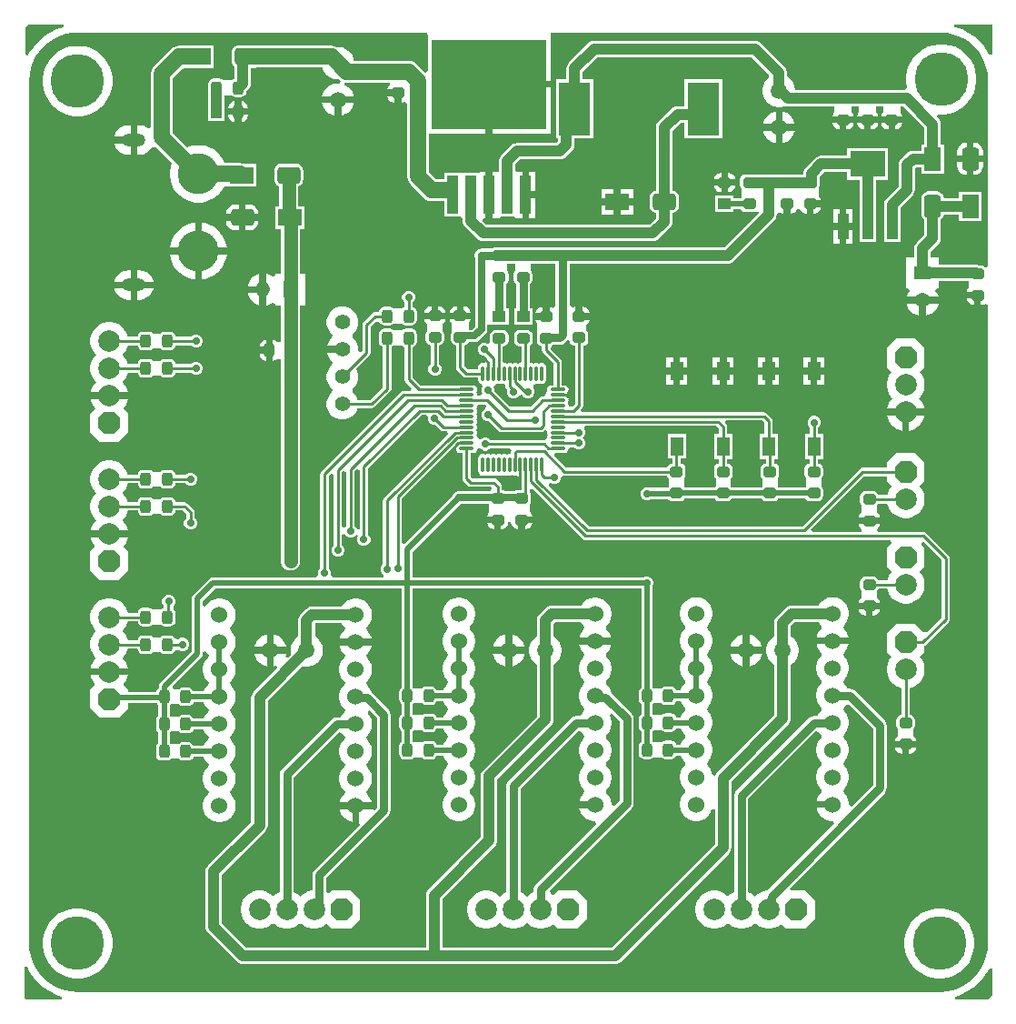
<source format=gtl>
G04*
G04 #@! TF.GenerationSoftware,Altium Limited,Altium Designer,24.8.2 (39)*
G04*
G04 Layer_Physical_Order=1*
G04 Layer_Color=255*
%FSTAX24Y24*%
%MOIN*%
G70*
G04*
G04 #@! TF.SameCoordinates,E2E89361-0BB4-4F2D-B907-9D5CD4EE4A11*
G04*
G04*
G04 #@! TF.FilePolarity,Positive*
G04*
G01*
G75*
%ADD10C,0.0100*%
%ADD21O,0.0106X0.0591*%
%ADD22O,0.0591X0.0106*%
G04:AMPARAMS|DCode=25|XSize=39.4mil|YSize=47.2mil|CornerRadius=9.8mil|HoleSize=0mil|Usage=FLASHONLY|Rotation=90.000|XOffset=0mil|YOffset=0mil|HoleType=Round|Shape=RoundedRectangle|*
%AMROUNDEDRECTD25*
21,1,0.0394,0.0276,0,0,90.0*
21,1,0.0197,0.0472,0,0,90.0*
1,1,0.0197,0.0138,0.0098*
1,1,0.0197,0.0138,-0.0098*
1,1,0.0197,-0.0138,-0.0098*
1,1,0.0197,-0.0138,0.0098*
%
%ADD25ROUNDEDRECTD25*%
%ADD26R,0.0472X0.0394*%
G04:AMPARAMS|DCode=27|XSize=63mil|YSize=86.6mil|CornerRadius=15.7mil|HoleSize=0mil|Usage=FLASHONLY|Rotation=180.000|XOffset=0mil|YOffset=0mil|HoleType=Round|Shape=RoundedRectangle|*
%AMROUNDEDRECTD27*
21,1,0.0630,0.0551,0,0,180.0*
21,1,0.0315,0.0866,0,0,180.0*
1,1,0.0315,-0.0157,0.0276*
1,1,0.0315,0.0157,0.0276*
1,1,0.0315,0.0157,-0.0276*
1,1,0.0315,-0.0157,-0.0276*
%
%ADD27ROUNDEDRECTD27*%
%ADD28R,0.0630X0.0866*%
%ADD29R,0.0394X0.0945*%
%ADD30R,0.1299X0.0945*%
%ADD31R,0.1181X0.1969*%
%ADD32R,0.0394X0.0472*%
G04:AMPARAMS|DCode=33|XSize=39.4mil|YSize=47.2mil|CornerRadius=9.8mil|HoleSize=0mil|Usage=FLASHONLY|Rotation=0.000|XOffset=0mil|YOffset=0mil|HoleType=Round|Shape=RoundedRectangle|*
%AMROUNDEDRECTD33*
21,1,0.0394,0.0276,0,0,0.0*
21,1,0.0197,0.0472,0,0,0.0*
1,1,0.0197,0.0098,-0.0138*
1,1,0.0197,-0.0098,-0.0138*
1,1,0.0197,-0.0098,0.0138*
1,1,0.0197,0.0098,0.0138*
%
%ADD33ROUNDEDRECTD33*%
G04:AMPARAMS|DCode=34|XSize=63mil|YSize=86.6mil|CornerRadius=15.7mil|HoleSize=0mil|Usage=FLASHONLY|Rotation=90.000|XOffset=0mil|YOffset=0mil|HoleType=Round|Shape=RoundedRectangle|*
%AMROUNDEDRECTD34*
21,1,0.0630,0.0551,0,0,90.0*
21,1,0.0315,0.0866,0,0,90.0*
1,1,0.0315,0.0276,0.0157*
1,1,0.0315,0.0276,-0.0157*
1,1,0.0315,-0.0276,-0.0157*
1,1,0.0315,-0.0276,0.0157*
%
%ADD34ROUNDEDRECTD34*%
%ADD35R,0.0866X0.0630*%
%ADD36R,0.4197X0.3299*%
%ADD37R,0.0400X0.1400*%
%ADD38R,0.0472X0.0709*%
%ADD68C,0.0250*%
%ADD69C,0.0200*%
%ADD70C,0.0591*%
%ADD71C,0.0400*%
%ADD72C,0.0300*%
%ADD73C,0.0500*%
%ADD74C,0.0394*%
%ADD75R,0.0512X0.0591*%
%ADD76O,0.0512X0.0591*%
%ADD77C,0.0600*%
%ADD78C,0.0591*%
G04:AMPARAMS|DCode=79|XSize=78.7mil|YSize=78.7mil|CornerRadius=0mil|HoleSize=0mil|Usage=FLASHONLY|Rotation=0.000|XOffset=0mil|YOffset=0mil|HoleType=Round|Shape=Octagon|*
%AMOCTAGOND79*
4,1,8,0.0394,-0.0197,0.0394,0.0197,0.0197,0.0394,-0.0197,0.0394,-0.0394,0.0197,-0.0394,-0.0197,-0.0197,-0.0394,0.0197,-0.0394,0.0394,-0.0197,0.0*
%
%ADD79OCTAGOND79*%

%ADD80C,0.0787*%
%ADD81O,0.0591X0.0512*%
%ADD82R,0.0591X0.0512*%
%ADD83C,0.1969*%
%ADD84C,0.1496*%
%ADD85O,0.0866X0.0472*%
G04:AMPARAMS|DCode=86|XSize=78.7mil|YSize=78.7mil|CornerRadius=0mil|HoleSize=0mil|Usage=FLASHONLY|Rotation=270.000|XOffset=0mil|YOffset=0mil|HoleType=Round|Shape=Octagon|*
%AMOCTAGOND86*
4,1,8,-0.0197,-0.0394,0.0197,-0.0394,0.0394,-0.0197,0.0394,0.0197,0.0197,0.0394,-0.0197,0.0394,-0.0394,0.0197,-0.0394,-0.0197,-0.0197,-0.0394,0.0*
%
%ADD86OCTAGOND86*%

%ADD87C,0.0551*%
%ADD88C,0.0276*%
%ADD89C,0.0500*%
G36*
X03545Y034497D02*
X03535Y034474D01*
X035302Y034571D01*
X035158Y034786D01*
X034988Y03498D01*
X034793Y035151D01*
X034578Y035295D01*
X034347Y035409D01*
X034102Y035492D01*
X034062Y0355D01*
X034072Y0356D01*
X03545D01*
Y034497D01*
D02*
G37*
G36*
X001396Y0355D02*
X001382Y035497D01*
X001129Y035411D01*
X000889Y035293D01*
X000667Y035144D01*
X000465Y034968D01*
X000289Y034767D01*
X00014Y034544D01*
X000099Y03446D01*
X-000001Y034483D01*
X0Y0355D01*
X0001Y0356D01*
X001386D01*
X001396Y0355D01*
D02*
G37*
G36*
X014738Y035298D02*
X014754Y035205D01*
X014754Y035198D01*
Y033874D01*
X014654Y033834D01*
X014336Y034152D01*
X014253Y034215D01*
X014157Y034255D01*
X014054Y034269D01*
X014054Y034269D01*
X012045D01*
X012029Y034347D01*
X011984Y034455D01*
X011919Y034553D01*
X011836Y034636D01*
X011739Y034701D01*
X01163Y034746D01*
X011515Y034769D01*
X011398D01*
X01139Y034767D01*
X011324Y034795D01*
X01122Y034808D01*
X01122Y034808D01*
X008459D01*
X008436Y034818D01*
X008369Y034827D01*
X007817D01*
X00775Y034818D01*
X007688Y034792D01*
X007634Y034751D01*
X007592Y034697D01*
X007566Y034634D01*
X007558Y034567D01*
Y034399D01*
X007556Y03439D01*
X007558Y034381D01*
Y034252D01*
X007566Y034185D01*
X007592Y034122D01*
X007634Y034068D01*
X007653Y034054D01*
Y033599D01*
X007619Y033592D01*
X007554Y033549D01*
X007249D01*
X007184Y033592D01*
X007106Y033608D01*
X006909D01*
X006832Y033592D01*
X006766Y033549D01*
X006722Y033483D01*
X006707Y033405D01*
Y033282D01*
X006705Y033268D01*
Y032402D01*
X006711Y032358D01*
Y032065D01*
X007305D01*
Y032358D01*
X00731Y032402D01*
Y032993D01*
X00755D01*
X007554Y032987D01*
X007619Y032943D01*
X007697Y032928D01*
X007894D01*
X007971Y032943D01*
X008037Y032987D01*
X008081Y033052D01*
X008096Y03313D01*
Y03314D01*
X008169Y033214D01*
X008217Y033276D01*
X008247Y033349D01*
X008258Y033428D01*
X008258Y033428D01*
Y033992D01*
X008369D01*
X008436Y034001D01*
X008459Y034011D01*
X010882D01*
X010884Y034D01*
X010929Y033891D01*
X010994Y033794D01*
X011077Y033711D01*
X011175Y033646D01*
X011283Y033601D01*
X011398Y033578D01*
X011491D01*
X01156Y033525D01*
X011569Y033521D01*
X01154Y033425D01*
X011515Y03343D01*
X011398D01*
X011283Y033407D01*
X011175Y033362D01*
X011077Y033297D01*
X010994Y033214D01*
X010929Y033117D01*
X010884Y033008D01*
X010875Y03296D01*
X011457D01*
X012039D01*
X012029Y033008D01*
X011984Y033117D01*
X011919Y033214D01*
X011836Y033297D01*
X011739Y033362D01*
X011699Y033379D01*
X011725Y033476D01*
X01176Y033471D01*
X013346D01*
Y033361D01*
X013345Y03336D01*
X01329Y033278D01*
X013276Y033208D01*
X013661D01*
Y033083D01*
X013786D01*
Y032731D01*
X013799D01*
X013896Y03275D01*
X013901Y032754D01*
X014001Y0327D01*
Y030017D01*
X014001Y030017D01*
X014015Y029914D01*
X014055Y029818D01*
X014118Y029735D01*
X014625Y029228D01*
X014708Y029165D01*
X014804Y029125D01*
X014907Y029112D01*
X014907Y029112D01*
X015362D01*
Y028548D01*
X015932D01*
X015962Y028548D01*
X016034Y028481D01*
Y028402D01*
X016044Y028324D01*
X016074Y028252D01*
X016122Y02819D01*
X016574Y027738D01*
X016636Y027691D01*
X016666Y027678D01*
X016708Y027661D01*
X016785Y027651D01*
X023011D01*
X023089Y027661D01*
X023161Y027691D01*
X023223Y027738D01*
X023644Y02816D01*
X023692Y028222D01*
X023722Y028294D01*
X023732Y028372D01*
Y028682D01*
X023775Y028687D01*
X023838Y028713D01*
X023892Y028755D01*
X023933Y028808D01*
X023959Y028871D01*
X023968Y028938D01*
Y029253D01*
X023959Y02932D01*
X023933Y029383D01*
X023892Y029437D01*
X023838Y029478D01*
X023775Y029504D01*
X023732Y02951D01*
Y031699D01*
X024037Y032004D01*
X024173D01*
Y031408D01*
X025554D01*
Y033576D01*
X024173D01*
Y032603D01*
X023913D01*
X023836Y032593D01*
X023793Y032575D01*
X023764Y032563D01*
X023702Y032515D01*
X023221Y032035D01*
X023173Y031973D01*
X023143Y0319D01*
X023133Y031823D01*
Y02951D01*
X02309Y029504D01*
X023027Y029478D01*
X022973Y029437D01*
X022932Y029383D01*
X022906Y02932D01*
X022897Y029253D01*
Y028938D01*
X022906Y028871D01*
X022932Y028808D01*
X022973Y028755D01*
X023027Y028713D01*
X02309Y028687D01*
X023133Y028682D01*
Y028496D01*
X022887Y028249D01*
X016909D01*
X016753Y028405D01*
X016792Y028498D01*
X016877D01*
Y029348D01*
Y030198D01*
X016652D01*
X016632Y030148D01*
X016062D01*
X015962Y030148D01*
X015932Y030148D01*
X015362D01*
Y029909D01*
X015072D01*
X014799Y030182D01*
Y031605D01*
X016877D01*
Y033405D01*
X017002D01*
Y03353D01*
X01925D01*
Y035197D01*
X019269Y035297D01*
X03349Y035294D01*
X03359Y035294D01*
X033688Y035288D01*
X033814Y03528D01*
X034033Y035236D01*
X034245Y035164D01*
X034446Y035065D01*
X034632Y034941D01*
X034801Y034793D01*
X034948Y034625D01*
X035073Y034439D01*
X035172Y034238D01*
X035244Y034026D01*
X035288Y033806D01*
X035302Y033587D01*
X035301Y033583D01*
Y02672D01*
X035201Y02669D01*
X035195Y026698D01*
X03513Y026742D01*
X035052Y026757D01*
X034964D01*
X034925Y026773D01*
X034848Y026784D01*
X033493D01*
Y02704D01*
X033197D01*
Y027256D01*
X033479Y027538D01*
X033527Y0276D01*
X033557Y027672D01*
X033567Y02775D01*
Y028447D01*
X033609Y028479D01*
X03365Y028533D01*
X033676Y028596D01*
X033682Y028638D01*
X034231D01*
Y028404D01*
X035061D01*
Y02947D01*
X034231D01*
Y029237D01*
X033682D01*
X033676Y029281D01*
X03365Y029344D01*
X033609Y029398D01*
X033555Y029439D01*
X033492Y029465D01*
X033425Y029474D01*
X03311D01*
X033043Y029465D01*
X03298Y029439D01*
X032927Y029398D01*
X032885Y029344D01*
X032859Y029281D01*
X032851Y029214D01*
Y028663D01*
X032859Y028596D01*
X032885Y028533D01*
X032927Y028479D01*
X032968Y028447D01*
Y027874D01*
X032686Y027591D01*
X032638Y027529D01*
X032608Y027457D01*
X032598Y02738D01*
Y02704D01*
X032302D01*
Y025928D01*
X032372D01*
X032422Y025828D01*
X032373Y025765D01*
X032317Y025629D01*
X032314Y025609D01*
X032898D01*
X033481D01*
X033479Y025629D01*
X033423Y025765D01*
X033374Y025828D01*
X033423Y025928D01*
X033493D01*
Y026185D01*
X0346D01*
Y025948D01*
X034598Y025947D01*
X034543Y025865D01*
X034529Y025794D01*
X034915D01*
Y025669D01*
X03504D01*
Y025318D01*
X035052D01*
X035149Y025337D01*
X035201Y025371D01*
X035296Y025332D01*
X035301Y025327D01*
Y002011D01*
X035301Y001931D01*
X035301Y001912D01*
X035296Y001815D01*
X035287Y001679D01*
X035242Y001451D01*
X035167Y00123D01*
X035064Y001021D01*
X034934Y000828D01*
X034781Y000652D01*
X034605Y000499D01*
X034412Y000369D01*
X034203Y000266D01*
X033982Y000191D01*
X033754Y000146D01*
X033618Y000137D01*
X033521Y000132D01*
X033502Y000132D01*
X033422Y000132D01*
X001889D01*
X001679Y000146D01*
X00145Y000191D01*
X00123Y000266D01*
X001021Y000369D01*
X000827Y000499D01*
X000652Y000652D01*
X000498Y000828D01*
X000369Y001021D01*
X000266Y00123D01*
X000191Y001451D01*
X000145Y001679D01*
X000132Y001883D01*
Y033542D01*
X000146Y033754D01*
X000191Y033982D01*
X000266Y034203D01*
X000369Y034412D01*
X000499Y034605D01*
X000652Y034781D01*
X000828Y034934D01*
X001021Y035064D01*
X00123Y035167D01*
X001451Y035242D01*
X001679Y035287D01*
X001891Y035301D01*
X014738Y035298D01*
D02*
G37*
G36*
X03545Y000982D02*
Y0D01*
X0353Y-00015D01*
X034109D01*
X034092Y-00005D01*
X034304Y000022D01*
X034544Y00014D01*
X034767Y000289D01*
X034968Y000465D01*
X035144Y000667D01*
X035293Y000889D01*
X03535Y001005D01*
X03545Y000982D01*
D02*
G37*
G36*
X00014Y000889D02*
X000288Y000666D01*
X000465Y000465D01*
X000666Y000289D01*
X000888Y00014D01*
X001129Y000022D01*
X00134Y-00005D01*
X001323Y-00015D01*
X000021D01*
X-00005Y-000079D01*
X-000048Y001044D01*
X000052Y001067D01*
X00014Y000889D01*
D02*
G37*
%LPC*%
G36*
X006894Y034824D02*
X005828D01*
Y034808D01*
X005618D01*
X005618Y034808D01*
X005515Y034795D01*
X005419Y034755D01*
X005336Y034691D01*
X005336Y034691D01*
X004719Y034075D01*
X004656Y033992D01*
X004616Y033896D01*
X004603Y033793D01*
X004603Y033793D01*
Y031831D01*
X004503Y031781D01*
X004444Y031827D01*
X004313Y031881D01*
X004173Y031899D01*
X004101D01*
Y031358D01*
Y030817D01*
X004173D01*
X004313Y030836D01*
X004444Y03089D01*
X004556Y030976D01*
X004642Y031088D01*
X004648Y031104D01*
X004766Y031127D01*
X005369Y030524D01*
X005367Y03052D01*
X005316Y030364D01*
X005291Y030201D01*
Y030036D01*
X005316Y029873D01*
X005367Y029716D01*
X005442Y029569D01*
X005539Y029435D01*
X005656Y029319D01*
X005789Y029222D01*
X005936Y029147D01*
X006093Y029096D01*
X006256Y02907D01*
X006421D01*
X006584Y029096D01*
X006741Y029147D01*
X006888Y029222D01*
X007021Y029319D01*
X007138Y029435D01*
X007235Y029569D01*
X007283Y029663D01*
X007383Y029651D01*
Y029651D01*
X008449D01*
Y03048D01*
X008022D01*
X007967Y030503D01*
X007863Y030517D01*
X007863Y030517D01*
X007311D01*
X00731Y03052D01*
X007235Y030667D01*
X007138Y030801D01*
X007021Y030917D01*
X006888Y031014D01*
X006741Y031089D01*
X006584Y03114D01*
X006421Y031166D01*
X006256D01*
X006093Y03114D01*
X005936Y031089D01*
X005933Y031088D01*
X0054Y031621D01*
Y033628D01*
X005739Y033967D01*
X005828Y033994D01*
X005828Y033994D01*
Y033994D01*
X005828Y033994D01*
X006894D01*
Y034824D01*
D02*
G37*
G36*
X013536Y032958D02*
X013276D01*
X01329Y032887D01*
X013345Y032805D01*
X013427Y03275D01*
X013524Y032731D01*
X013536D01*
Y032958D01*
D02*
G37*
G36*
X00792Y032787D02*
Y032527D01*
X008147D01*
Y032539D01*
X008128Y032636D01*
X008073Y032718D01*
X007991Y032773D01*
X00792Y032787D01*
D02*
G37*
G36*
X00767D02*
X0076Y032773D01*
X007518Y032718D01*
X007463Y032636D01*
X007444Y032539D01*
Y032527D01*
X00767D01*
Y032787D01*
D02*
G37*
G36*
X026749Y034999D02*
X02085D01*
X020773Y034989D01*
X0207Y034959D01*
X020638Y034912D01*
X019928Y034201D01*
X01988Y034139D01*
X01985Y034067D01*
X01984Y033989D01*
Y033576D01*
X019449D01*
Y031408D01*
X019529D01*
Y031305D01*
X019474Y031249D01*
X018018D01*
X017941Y031239D01*
X017868Y031209D01*
X017806Y031162D01*
X01746Y030816D01*
X017413Y030754D01*
X017383Y030682D01*
X017373Y030604D01*
Y030289D01*
X017352Y030198D01*
X017293Y030198D01*
X017127D01*
Y029348D01*
Y028498D01*
X017293D01*
X017352Y028498D01*
X017431Y028548D01*
X017452D01*
X017913D01*
X017992Y028498D01*
X018051Y028498D01*
X018217D01*
Y029348D01*
Y030198D01*
X018072D01*
X017992Y030198D01*
X017972Y030289D01*
Y03048D01*
X018142Y030651D01*
X019598D01*
X019675Y030661D01*
X019747Y030691D01*
X019809Y030738D01*
X02004Y030969D01*
X020088Y031031D01*
X0201Y031061D01*
X020117Y031103D01*
X020128Y031181D01*
Y031408D01*
X02083D01*
Y033576D01*
X020439D01*
Y033865D01*
X020974Y034401D01*
X026625D01*
X027272Y033753D01*
X027259Y033625D01*
X027258Y033624D01*
X027175Y033541D01*
X02711Y033443D01*
X027065Y033335D01*
X027042Y03322D01*
Y033103D01*
X027065Y032988D01*
X02711Y032879D01*
X027175Y032782D01*
X027258Y032699D01*
X027356Y032634D01*
X027464Y032589D01*
X027579Y032566D01*
X027696D01*
X027811Y032589D01*
X027859Y032609D01*
X027889Y032597D01*
X027967Y032586D01*
X02967D01*
Y032377D01*
X029668Y032376D01*
X029613Y032294D01*
X029599Y032223D01*
X029985D01*
X03037D01*
X030356Y032294D01*
X030302Y032376D01*
X0303Y032377D01*
Y032586D01*
X030571D01*
Y032377D01*
X030569Y032376D01*
X030514Y032294D01*
X0305Y032223D01*
X030886D01*
X031272D01*
X031258Y032294D01*
X031203Y032376D01*
X031201Y032377D01*
Y032586D01*
X031457D01*
Y032377D01*
X031455Y032376D01*
X0314Y032294D01*
X031386Y032223D01*
X031772D01*
X032157D01*
X032143Y032294D01*
X032089Y032376D01*
X032087Y032377D01*
Y032586D01*
X032191D01*
X032968Y031809D01*
Y031204D01*
X032853D01*
Y03097D01*
X032546D01*
X032468Y03096D01*
X032426Y030942D01*
X032396Y03093D01*
X032334Y030882D01*
X032103Y030652D01*
X032056Y03059D01*
X032026Y030517D01*
X032016Y03044D01*
Y029644D01*
X03158Y029208D01*
X031532Y029146D01*
X031502Y029074D01*
X031492Y028996D01*
Y02819D01*
X031494Y028171D01*
Y027618D01*
X032088D01*
Y028171D01*
X032091Y02819D01*
Y028872D01*
X032527Y029308D01*
X032574Y02937D01*
X032604Y029442D01*
X032614Y02952D01*
Y030316D01*
X03267Y030371D01*
X032853D01*
Y030138D01*
X033683D01*
Y031204D01*
X033567D01*
Y031933D01*
X033557Y032011D01*
X033527Y032083D01*
X033479Y032145D01*
X03341Y032215D01*
X033455Y032304D01*
X033489Y032298D01*
X033691D01*
X033891Y03233D01*
X034083Y032393D01*
X034263Y032484D01*
X034427Y032603D01*
X03457Y032746D01*
X034688Y03291D01*
X03478Y03309D01*
X034843Y033282D01*
X034874Y033482D01*
Y033684D01*
X034843Y033883D01*
X03478Y034076D01*
X034688Y034256D01*
X03457Y034419D01*
X034427Y034562D01*
X034263Y034681D01*
X034083Y034773D01*
X033891Y034835D01*
X033691Y034867D01*
X033489D01*
X033289Y034835D01*
X033097Y034773D01*
X032917Y034681D01*
X032753Y034562D01*
X03261Y034419D01*
X032492Y034256D01*
X0324Y034076D01*
X032337Y033883D01*
X032306Y033684D01*
Y033482D01*
X032337Y033282D01*
X03234Y033275D01*
X032264Y033185D01*
X031916D01*
X031909Y033187D01*
X031634D01*
X031627Y033185D01*
X03103D01*
X031024Y033187D01*
X030748D01*
X030741Y033185D01*
X030129D01*
X030122Y033187D01*
X029847D01*
X02984Y033185D01*
X028233D01*
Y03322D01*
X02821Y033335D01*
X028165Y033443D01*
X0281Y033541D01*
X028017Y033624D01*
X027937Y033677D01*
Y033811D01*
X027927Y033889D01*
X027909Y033931D01*
X027897Y033961D01*
X027849Y034023D01*
X02696Y034912D01*
X026898Y034959D01*
X026826Y034989D01*
X026749Y034999D01*
D02*
G37*
G36*
X012039Y03271D02*
X011582D01*
Y032253D01*
X01163Y032262D01*
X011739Y032307D01*
X011836Y032372D01*
X011919Y032455D01*
X011984Y032553D01*
X012029Y032661D01*
X012039Y03271D01*
D02*
G37*
G36*
X011332D02*
X010875D01*
X010884Y032661D01*
X010929Y032553D01*
X010994Y032455D01*
X011077Y032372D01*
X011175Y032307D01*
X011283Y032262D01*
X011332Y032253D01*
Y03271D01*
D02*
G37*
G36*
X002013Y034805D02*
X001811D01*
X001611Y034774D01*
X001419Y034711D01*
X001239Y03462D01*
X001075Y034501D01*
X000932Y034358D01*
X000814Y034194D01*
X000722Y034014D01*
X000659Y033822D01*
X000628Y033622D01*
Y03342D01*
X000659Y03322D01*
X000722Y033028D01*
X000814Y032848D01*
X000932Y032684D01*
X001075Y032542D01*
X001239Y032423D01*
X001419Y032331D01*
X001611Y032268D01*
X001811Y032237D01*
X002013D01*
X002213Y032268D01*
X002405Y032331D01*
X002585Y032423D01*
X002749Y032542D01*
X002892Y032684D01*
X00301Y032848D01*
X003102Y033028D01*
X003165Y03322D01*
X003196Y03342D01*
Y033622D01*
X003165Y033822D01*
X003102Y034014D01*
X00301Y034194D01*
X002892Y034358D01*
X002749Y034501D01*
X002585Y03462D01*
X002405Y034711D01*
X002213Y034774D01*
X002013Y034805D01*
D02*
G37*
G36*
X008147Y032277D02*
X00792D01*
Y032016D01*
X007991Y03203D01*
X008073Y032085D01*
X008128Y032167D01*
X008147Y032264D01*
Y032277D01*
D02*
G37*
G36*
X00767D02*
X007444D01*
Y032264D01*
X007463Y032167D01*
X007518Y032085D01*
X0076Y03203D01*
X00767Y032016D01*
Y032277D01*
D02*
G37*
G36*
X027763Y032405D02*
Y031948D01*
X02822D01*
X02821Y031996D01*
X028165Y032105D01*
X0281Y032202D01*
X028017Y032285D01*
X02792Y03235D01*
X027811Y032395D01*
X027763Y032405D01*
D02*
G37*
G36*
X027513D02*
X027464Y032395D01*
X027356Y03235D01*
X027258Y032285D01*
X027175Y032202D01*
X02711Y032105D01*
X027065Y031996D01*
X027056Y031948D01*
X027513D01*
Y032405D01*
D02*
G37*
G36*
X032157Y031973D02*
X031897D01*
Y031747D01*
X031909D01*
X032006Y031766D01*
X032089Y031821D01*
X032143Y031903D01*
X032157Y031973D01*
D02*
G37*
G36*
X031647D02*
X031386D01*
X0314Y031903D01*
X031455Y031821D01*
X031537Y031766D01*
X031634Y031747D01*
X031647D01*
Y031973D01*
D02*
G37*
G36*
X031272Y031973D02*
X031011D01*
Y031747D01*
X031024D01*
X031121Y031766D01*
X031203Y031821D01*
X031258Y031903D01*
X031272Y031973D01*
D02*
G37*
G36*
X030761D02*
X0305D01*
X030514Y031903D01*
X030569Y031821D01*
X030651Y031766D01*
X030748Y031747D01*
X030761D01*
Y031973D01*
D02*
G37*
G36*
X03037Y031973D02*
X03011D01*
Y031747D01*
X030122D01*
X030219Y031766D01*
X030302Y031821D01*
X030356Y031903D01*
X03037Y031973D01*
D02*
G37*
G36*
X02986D02*
X029599D01*
X029613Y031903D01*
X029668Y031821D01*
X02975Y031766D01*
X029847Y031747D01*
X02986D01*
Y031973D01*
D02*
G37*
G36*
X01925Y03328D02*
X017127D01*
Y031605D01*
X01925D01*
Y03328D01*
D02*
G37*
G36*
X003851Y031899D02*
X00378D01*
X00364Y031881D01*
X003509Y031827D01*
X003397Y031741D01*
X003311Y031629D01*
X003257Y031498D01*
X003255Y031483D01*
X003851D01*
Y031899D01*
D02*
G37*
G36*
X027513Y031698D02*
X027056D01*
X027065Y031649D01*
X02711Y031541D01*
X027175Y031443D01*
X027258Y03136D01*
X027356Y031295D01*
X027464Y03125D01*
X027513Y031241D01*
Y031698D01*
D02*
G37*
G36*
X02822D02*
X027763D01*
Y031241D01*
X027811Y03125D01*
X02792Y031295D01*
X028017Y03136D01*
X0281Y031443D01*
X028165Y031541D01*
X02821Y031649D01*
X02822Y031698D01*
D02*
G37*
G36*
X003851Y031233D02*
X003255D01*
X003257Y031218D01*
X003311Y031088D01*
X003397Y030976D01*
X003509Y03089D01*
X00364Y030836D01*
X00378Y030817D01*
X003851D01*
Y031233D01*
D02*
G37*
G36*
X034803Y031255D02*
X034771D01*
Y030794D01*
X035113D01*
Y030945D01*
X035103Y031025D01*
X035072Y0311D01*
X035022Y031164D01*
X034958Y031213D01*
X034883Y031244D01*
X034803Y031255D01*
D02*
G37*
G36*
X034521D02*
X034488D01*
X034408Y031244D01*
X034333Y031213D01*
X034269Y031164D01*
X03422Y0311D01*
X034189Y031025D01*
X034178Y030945D01*
Y030794D01*
X034521D01*
Y031255D01*
D02*
G37*
G36*
X035113Y030544D02*
X034771D01*
Y030084D01*
X034803D01*
X034883Y030094D01*
X034958Y030125D01*
X035022Y030174D01*
X035072Y030239D01*
X035103Y030313D01*
X035113Y030394D01*
Y030544D01*
D02*
G37*
G36*
X034521D02*
X034178D01*
Y030394D01*
X034189Y030313D01*
X03422Y030239D01*
X034269Y030174D01*
X034333Y030125D01*
X034408Y030094D01*
X034488Y030084D01*
X034521D01*
Y030544D01*
D02*
G37*
G36*
X02578Y030155D02*
X025767D01*
Y029928D01*
X026028D01*
X026014Y029999D01*
X025959Y030081D01*
X025876Y030136D01*
X02578Y030155D01*
D02*
G37*
G36*
X025517D02*
X025504D01*
X025407Y030136D01*
X025325Y030081D01*
X02527Y029999D01*
X025256Y029928D01*
X025517D01*
Y030155D01*
D02*
G37*
G36*
X018467Y030198D02*
Y029473D01*
X018692D01*
Y030198D01*
X018467D01*
D02*
G37*
G36*
X026028Y029678D02*
X025767D01*
Y029451D01*
X02578D01*
X025876Y029471D01*
X025959Y029526D01*
X026014Y029608D01*
X026028Y029678D01*
D02*
G37*
G36*
X025517D02*
X025256D01*
X02527Y029608D01*
X025325Y029526D01*
X025407Y029471D01*
X025504Y029451D01*
X025517D01*
Y029678D01*
D02*
G37*
G36*
X022283Y029561D02*
X021825D01*
Y029221D01*
X022283D01*
Y029561D01*
D02*
G37*
G36*
X021575D02*
X021117D01*
Y029221D01*
X021575D01*
Y029561D01*
D02*
G37*
G36*
X029165Y028891D02*
X028905D01*
Y028664D01*
X028917D01*
X029014Y028683D01*
X029096Y028738D01*
X029151Y02882D01*
X029165Y028891D01*
D02*
G37*
G36*
X008224Y028984D02*
X008073D01*
Y028641D01*
X008534D01*
Y028674D01*
X008524Y028754D01*
X008493Y028829D01*
X008443Y028893D01*
X008379Y028943D01*
X008304Y028974D01*
X008224Y028984D01*
D02*
G37*
G36*
X007823D02*
X007673D01*
X007593Y028974D01*
X007518Y028943D01*
X007454Y028893D01*
X007404Y028829D01*
X007373Y028754D01*
X007363Y028674D01*
Y028641D01*
X007823D01*
Y028984D01*
D02*
G37*
G36*
X022283Y028971D02*
X021825D01*
Y028631D01*
X022283D01*
Y028971D01*
D02*
G37*
G36*
X021575D02*
X021117D01*
Y028631D01*
X021575D01*
Y028971D01*
D02*
G37*
G36*
X018692Y029223D02*
X018467D01*
Y028498D01*
X018692D01*
Y029223D01*
D02*
G37*
G36*
X030327Y028813D02*
X030105D01*
Y028315D01*
X030327D01*
Y028813D01*
D02*
G37*
G36*
X029855D02*
X029633D01*
Y028315D01*
X029855D01*
Y028813D01*
D02*
G37*
G36*
X008534Y028391D02*
X008073D01*
Y028049D01*
X008224D01*
X008304Y028059D01*
X008379Y02809D01*
X008443Y02814D01*
X008493Y028204D01*
X008524Y028279D01*
X008534Y028359D01*
Y028391D01*
D02*
G37*
G36*
X007823D02*
X007363D01*
Y028359D01*
X007373Y028279D01*
X007404Y028204D01*
X007454Y02814D01*
X007518Y02809D01*
X007593Y028059D01*
X007673Y028049D01*
X007823D01*
Y028391D01*
D02*
G37*
G36*
X031635Y031046D02*
X030136D01*
Y030773D01*
X029175D01*
X029097Y030763D01*
X029055Y030745D01*
X029025Y030733D01*
X028963Y030685D01*
X028607Y03033D01*
X02856Y030268D01*
X02853Y030196D01*
X028519Y030118D01*
Y030103D01*
X028077D01*
X028071Y030104D01*
X027795D01*
X027795Y030104D01*
X026685D01*
X026685Y030104D01*
X026409D01*
X026332Y030089D01*
X026266Y030045D01*
X026223Y029979D01*
X026207Y029902D01*
Y029705D01*
X026223Y029627D01*
X026266Y029562D01*
X026273Y029557D01*
Y029261D01*
X026266Y029257D01*
X026241Y029219D01*
X025978D01*
Y029313D01*
X025695D01*
X025682Y029314D01*
X025672Y029313D01*
X025642D01*
X025639Y029313D01*
X025306D01*
Y028719D01*
X025606D01*
X025642Y028714D01*
X025681D01*
X025717Y028719D01*
X025978D01*
Y028811D01*
X026242D01*
X026266Y028774D01*
X026332Y02873D01*
X026409Y028715D01*
X026685D01*
X026762Y02873D01*
X026791Y028749D01*
X026894Y02872D01*
X026903Y028713D01*
X026908Y028696D01*
X025636Y027424D01*
X018394D01*
X018388Y027425D01*
X018112D01*
X018106Y027424D01*
X017522D01*
X017515Y027425D01*
X01724D01*
X017162Y02741D01*
X017117Y02738D01*
X016714D01*
X016617Y02736D01*
X016534Y027305D01*
X016479Y027222D01*
X016459Y027125D01*
X016479Y027027D01*
X016485Y027018D01*
Y024515D01*
X016373Y024402D01*
X016254D01*
Y024635D01*
X016256Y024636D01*
X016311Y024718D01*
X016325Y024789D01*
X015939D01*
X015554D01*
X015568Y024718D01*
X015623Y024636D01*
X015625Y024635D01*
Y024323D01*
X015625Y024323D01*
X015625D01*
X015618Y024309D01*
X015615Y024302D01*
X015599Y024225D01*
Y024028D01*
X015615Y02395D01*
X015659Y023885D01*
X015724Y023841D01*
X015787Y023828D01*
Y023014D01*
X015798Y022955D01*
X015831Y022906D01*
X016041Y022696D01*
X01609Y022663D01*
X016149Y022651D01*
X016611D01*
Y022562D01*
X016623Y022502D01*
X016657Y022452D01*
X016708Y022418D01*
X016725Y022414D01*
X016763Y022311D01*
X016726Y022224D01*
Y022129D01*
X01675Y022073D01*
X016709Y02199D01*
X016704Y021985D01*
X016597Y02199D01*
X016575Y022017D01*
X016563Y022077D01*
X016537Y022115D01*
X016563Y022154D01*
X016575Y022214D01*
X016563Y022274D01*
X016529Y022324D01*
X016479Y022358D01*
X016419Y02237D01*
X015935D01*
X015919Y022367D01*
X014499D01*
X0142Y022666D01*
Y02377D01*
X014223Y023775D01*
X014289Y023819D01*
X014333Y023884D01*
X014348Y023962D01*
Y024237D01*
X014333Y024315D01*
X014289Y02438D01*
X014223Y024424D01*
X014146Y02444D01*
X013949D01*
X013872Y024424D01*
X013806Y02438D01*
X013802Y024374D01*
X013506D01*
X013501Y02438D01*
X013436Y024424D01*
X013358Y02444D01*
X013162D01*
X013084Y024424D01*
X013018Y02438D01*
X012975Y024315D01*
X012959Y024237D01*
Y023962D01*
X012975Y023884D01*
X013018Y023819D01*
X013084Y023775D01*
X013107Y02377D01*
Y022301D01*
X01264Y021834D01*
X012176D01*
X012157Y021903D01*
X012081Y022035D01*
X011997Y022118D01*
X011983Y022181D01*
X011997Y022244D01*
X012081Y022328D01*
X012157Y022459D01*
X012196Y022605D01*
Y022757D01*
X012157Y022903D01*
X012121Y022965D01*
X012608Y023452D01*
X012641Y023502D01*
X012653Y02356D01*
Y02451D01*
X012866Y024723D01*
X012973Y0247D01*
X012975Y024689D01*
X013018Y024624D01*
X013084Y02458D01*
X013162Y024565D01*
X013358D01*
X013436Y02458D01*
X013501Y024624D01*
X013806D01*
X013872Y02458D01*
X013949Y024565D01*
X014146D01*
X014223Y02458D01*
X014289Y024624D01*
X014333Y024689D01*
X014348Y024767D01*
Y025043D01*
X014333Y02512D01*
X014289Y025186D01*
X014223Y025229D01*
X014202Y025234D01*
Y025415D01*
X014252Y025465D01*
X014288Y025553D01*
Y025647D01*
X014252Y025735D01*
X014185Y025802D01*
X014097Y025838D01*
X014003D01*
X013915Y025802D01*
X013848Y025735D01*
X013812Y025647D01*
Y025553D01*
X013848Y025465D01*
X013896Y025418D01*
Y025234D01*
X013872Y025229D01*
X013806Y025186D01*
X013802Y025179D01*
X013506D01*
X013501Y025186D01*
X013436Y025229D01*
X013358Y025245D01*
X013162D01*
X013084Y025229D01*
X013018Y025186D01*
X012975Y02512D01*
X012962Y025058D01*
X012831D01*
X012772Y025046D01*
X012723Y025013D01*
X012392Y024682D01*
X012359Y024632D01*
X012347Y024574D01*
Y023639D01*
X012287Y023591D01*
X012196Y023639D01*
Y023757D01*
X012157Y023903D01*
X012081Y024035D01*
X011997Y024118D01*
X011983Y024181D01*
X011997Y024244D01*
X012081Y024328D01*
X012157Y024459D01*
X012196Y024605D01*
Y024757D01*
X012157Y024903D01*
X012081Y025035D01*
X011974Y025142D01*
X011843Y025217D01*
X011697Y025257D01*
X011545D01*
X011399Y025217D01*
X011267Y025142D01*
X01116Y025035D01*
X011084Y024903D01*
X011045Y024757D01*
Y024605D01*
X011084Y024459D01*
X01116Y024328D01*
X011244Y024244D01*
X011258Y024181D01*
X011244Y024118D01*
X01116Y024035D01*
X011084Y023903D01*
X011058Y023806D01*
X011621D01*
Y023556D01*
X011058D01*
X011084Y023459D01*
X01116Y023328D01*
X011244Y023244D01*
X011258Y023181D01*
X011244Y023118D01*
X01116Y023035D01*
X011084Y022903D01*
X011045Y022757D01*
Y022605D01*
X011084Y022459D01*
X01116Y022328D01*
X011244Y022244D01*
X011258Y022181D01*
X011244Y022118D01*
X01116Y022035D01*
X011084Y021903D01*
X011045Y021757D01*
Y021605D01*
X011084Y021459D01*
X01116Y021328D01*
X011267Y021221D01*
X011399Y021145D01*
X011545Y021106D01*
X011697D01*
X011843Y021145D01*
X011974Y021221D01*
X012081Y021328D01*
X012157Y021459D01*
X012176Y021528D01*
X012703D01*
X012761Y02154D01*
X012811Y021573D01*
X013368Y02213D01*
X013401Y02218D01*
X013413Y022238D01*
Y02377D01*
X013436Y023775D01*
X013501Y023819D01*
X013806D01*
X013872Y023775D01*
X013894Y02377D01*
Y022602D01*
X013906Y022544D01*
X013939Y022494D01*
X014171Y022262D01*
X014133Y02217D01*
X01387D01*
X013812Y022158D01*
X013762Y022125D01*
X010852Y019215D01*
X010819Y019166D01*
X010808Y019107D01*
Y015667D01*
X010755Y015615D01*
X010719Y015527D01*
Y015433D01*
X010722Y015424D01*
X010655Y015324D01*
X006871D01*
X006792Y015309D01*
X006726Y015265D01*
X006152Y01469D01*
X006108Y014624D01*
X006092Y014546D01*
Y01262D01*
X004951Y011479D01*
X004907Y011413D01*
X004891Y011335D01*
Y011266D01*
X004838Y011231D01*
X004795Y011165D01*
X004784Y011114D01*
X003765D01*
Y011218D01*
X003582Y011401D01*
X00361Y011429D01*
X003686Y011543D01*
X003738Y011669D01*
X003753Y011746D01*
X003071D01*
X002388D01*
X002404Y011669D01*
X002456Y011543D01*
X002532Y011429D01*
X00256Y011401D01*
X002377Y011218D01*
Y010524D01*
X002724Y010177D01*
X003418D01*
X003765Y010524D01*
Y010707D01*
X004813D01*
X004838Y010669D01*
X004876Y010644D01*
Y010256D01*
X004838Y010231D01*
X004795Y010165D01*
X004779Y010088D01*
Y009812D01*
X004795Y009735D01*
X004838Y009669D01*
X004876Y009644D01*
Y009256D01*
X004838Y009231D01*
X004795Y009165D01*
X004779Y009088D01*
Y008812D01*
X004795Y008735D01*
X004838Y008669D01*
X004904Y008625D01*
X004981Y00861D01*
X005178D01*
X005256Y008625D01*
X005321Y008669D01*
X005326Y008676D01*
X005622D01*
X005626Y008669D01*
X005691Y008625D01*
X005769Y00861D01*
X005966D01*
X006043Y008625D01*
X006109Y008669D01*
X006153Y008735D01*
X006155Y008746D01*
X006545D01*
X006578Y008666D01*
X006644Y008568D01*
X006696Y008515D01*
X006717Y00845D01*
X006696Y008385D01*
X006644Y008333D01*
X006578Y008234D01*
X006533Y008125D01*
X00651Y008009D01*
Y007891D01*
X006533Y007775D01*
X006578Y007666D01*
X006644Y007568D01*
X006696Y007515D01*
X006717Y00745D01*
X006696Y007385D01*
X006644Y007333D01*
X006578Y007234D01*
X006533Y007125D01*
X00651Y007009D01*
Y006891D01*
X006533Y006775D01*
X006578Y006666D01*
X006644Y006568D01*
X006727Y006484D01*
X006826Y006418D01*
X006935Y006373D01*
X007051Y00635D01*
X007169D01*
X007285Y006373D01*
X007394Y006418D01*
X007492Y006484D01*
X007576Y006568D01*
X007642Y006666D01*
X007687Y006775D01*
X00771Y006891D01*
Y007009D01*
X007687Y007125D01*
X007642Y007234D01*
X007576Y007333D01*
X007524Y007385D01*
X007503Y00745D01*
X007524Y007515D01*
X007576Y007568D01*
X007642Y007666D01*
X007687Y007775D01*
X00771Y007891D01*
Y008009D01*
X007687Y008125D01*
X007642Y008234D01*
X007576Y008333D01*
X007524Y008385D01*
X007503Y00845D01*
X007524Y008515D01*
X007576Y008568D01*
X007642Y008666D01*
X007687Y008775D01*
X00771Y008891D01*
Y009009D01*
X007687Y009125D01*
X007642Y009234D01*
X007576Y009333D01*
X007524Y009385D01*
X007503Y00945D01*
X007524Y009515D01*
X007576Y009568D01*
X007642Y009666D01*
X007687Y009775D01*
X00771Y009891D01*
Y010009D01*
X007687Y010125D01*
X007642Y010234D01*
X007576Y010333D01*
X007524Y010385D01*
X007503Y01045D01*
X007524Y010515D01*
X007576Y010568D01*
X007642Y010666D01*
X007687Y010775D01*
X00771Y010891D01*
Y011009D01*
X007687Y011125D01*
X007642Y011234D01*
X007576Y011333D01*
X007524Y011385D01*
X007503Y01145D01*
X007524Y011515D01*
X007576Y011568D01*
X007642Y011666D01*
X007687Y011775D01*
X00771Y011891D01*
Y012009D01*
X007687Y012125D01*
X007642Y012234D01*
X007576Y012333D01*
X007524Y012385D01*
X007503Y01245D01*
X007524Y012515D01*
X007576Y012568D01*
X007642Y012666D01*
X007687Y012775D01*
X00771Y012891D01*
Y013009D01*
X007687Y013125D01*
X007642Y013234D01*
X007576Y013333D01*
X007524Y013385D01*
X007503Y01345D01*
X007524Y013515D01*
X007576Y013568D01*
X007642Y013666D01*
X007687Y013775D01*
X00771Y013891D01*
Y014009D01*
X007687Y014125D01*
X007642Y014234D01*
X007576Y014333D01*
X007492Y014416D01*
X007394Y014482D01*
X007285Y014527D01*
X007169Y01455D01*
X007051D01*
X006935Y014527D01*
X006826Y014482D01*
X006727Y014416D01*
X006644Y014333D01*
X0066Y014267D01*
X0065Y014297D01*
Y014461D01*
X006955Y014917D01*
X013796D01*
Y011296D01*
X013759Y01127D01*
X013715Y011205D01*
X013699Y011127D01*
Y010852D01*
X013715Y010774D01*
X013759Y010709D01*
X013796Y010684D01*
Y010299D01*
X013759Y010274D01*
X013715Y010208D01*
X013699Y010131D01*
Y009855D01*
X013715Y009778D01*
X013759Y009712D01*
X013796Y009687D01*
Y009299D01*
X013759Y009274D01*
X013715Y009208D01*
X013699Y009131D01*
Y008855D01*
X013715Y008778D01*
X013759Y008712D01*
X013824Y008668D01*
X013902Y008653D01*
X014098D01*
X014176Y008668D01*
X014241Y008712D01*
X014246Y008718D01*
X014542D01*
X014546Y008712D01*
X014612Y008668D01*
X014689Y008653D01*
X014886D01*
X014963Y008668D01*
X015029Y008712D01*
X015073Y008778D01*
X015075Y008787D01*
X015326D01*
X01536Y008705D01*
X015425Y008607D01*
X015477Y008555D01*
X015498Y00849D01*
X015477Y008424D01*
X015425Y008372D01*
X01536Y008274D01*
X015314Y008165D01*
X015291Y008049D01*
Y00793D01*
X015314Y007815D01*
X01536Y007705D01*
X015425Y007607D01*
X015477Y007555D01*
X015498Y00749D01*
X015477Y007424D01*
X015425Y007372D01*
X01536Y007274D01*
X015314Y007165D01*
X015291Y007049D01*
Y00693D01*
X015314Y006815D01*
X01536Y006705D01*
X015425Y006607D01*
X015509Y006524D01*
X015607Y006458D01*
X015716Y006413D01*
X015832Y00639D01*
X01595D01*
X016066Y006413D01*
X016176Y006458D01*
X016274Y006524D01*
X016357Y006607D01*
X016423Y006705D01*
X016468Y006815D01*
X016491Y00693D01*
Y007049D01*
X016468Y007165D01*
X016423Y007274D01*
X016357Y007372D01*
X016305Y007424D01*
X016285Y00749D01*
X016305Y007555D01*
X016357Y007607D01*
X016423Y007705D01*
X016468Y007815D01*
X016491Y00793D01*
Y008049D01*
X016468Y008165D01*
X016423Y008274D01*
X016357Y008372D01*
X016305Y008424D01*
X016285Y00849D01*
X016305Y008555D01*
X016357Y008607D01*
X016423Y008705D01*
X016468Y008815D01*
X016491Y00893D01*
Y009049D01*
X016468Y009165D01*
X016423Y009274D01*
X016357Y009372D01*
X016305Y009424D01*
X016285Y00949D01*
X016305Y009555D01*
X016357Y009607D01*
X016423Y009705D01*
X016468Y009815D01*
X016491Y00993D01*
Y010049D01*
X016468Y010165D01*
X016423Y010274D01*
X016357Y010372D01*
X016305Y010424D01*
X016285Y01049D01*
X016305Y010555D01*
X016357Y010607D01*
X016423Y010705D01*
X016468Y010815D01*
X016491Y01093D01*
Y011049D01*
X016468Y011165D01*
X016423Y011274D01*
X016357Y011372D01*
X016305Y011424D01*
X016285Y01149D01*
X016305Y011555D01*
X016357Y011607D01*
X016423Y011705D01*
X016468Y011815D01*
X016491Y01193D01*
Y012049D01*
X016468Y012165D01*
X016423Y012274D01*
X016357Y012372D01*
X016305Y012424D01*
X016285Y01249D01*
X016305Y012555D01*
X016357Y012607D01*
X016423Y012705D01*
X016468Y012815D01*
X016491Y01293D01*
Y013049D01*
X016468Y013165D01*
X016423Y013274D01*
X016357Y013372D01*
X016305Y013424D01*
X016285Y01349D01*
X016305Y013555D01*
X016357Y013607D01*
X016423Y013705D01*
X016468Y013815D01*
X016491Y01393D01*
Y014049D01*
X016468Y014165D01*
X016423Y014274D01*
X016357Y014372D01*
X016274Y014456D01*
X016176Y014521D01*
X016066Y014567D01*
X01595Y01459D01*
X015832D01*
X015716Y014567D01*
X015607Y014521D01*
X015509Y014456D01*
X015425Y014372D01*
X01536Y014274D01*
X015314Y014165D01*
X015291Y014049D01*
Y01393D01*
X015314Y013815D01*
X01536Y013705D01*
X015425Y013607D01*
X015477Y013555D01*
X015498Y01349D01*
X015477Y013424D01*
X015425Y013372D01*
X01536Y013274D01*
X015314Y013165D01*
X015291Y013049D01*
Y01293D01*
X015314Y012815D01*
X01536Y012705D01*
X015425Y012607D01*
X015477Y012555D01*
X015498Y01249D01*
X015477Y012424D01*
X015425Y012372D01*
X01536Y012274D01*
X015314Y012165D01*
X015291Y012049D01*
Y01193D01*
X015314Y011815D01*
X01536Y011705D01*
X015425Y011607D01*
X015477Y011555D01*
X015498Y01149D01*
X015477Y011424D01*
X015425Y011372D01*
X01536Y011274D01*
X015326Y011193D01*
X015075D01*
X015073Y011205D01*
X015029Y01127D01*
X014963Y011314D01*
X014886Y01133D01*
X014689D01*
X014612Y011314D01*
X014546Y01127D01*
X014241D01*
X014204Y011296D01*
Y014917D01*
X022587D01*
Y011296D01*
X022549Y01127D01*
X022505Y011205D01*
X02249Y011127D01*
Y010852D01*
X022505Y010774D01*
X022549Y010709D01*
X022587Y010684D01*
Y010306D01*
X022549Y010281D01*
X022505Y010215D01*
X02249Y010138D01*
Y009862D01*
X022505Y009785D01*
X022549Y009719D01*
X022587Y009694D01*
Y009306D01*
X022549Y009281D01*
X022505Y009215D01*
X02249Y009138D01*
Y008862D01*
X022505Y008785D01*
X022549Y008719D01*
X022615Y008675D01*
X022692Y00866D01*
X022889D01*
X022966Y008675D01*
X023032Y008719D01*
X023036Y008725D01*
X023332D01*
X023337Y008719D01*
X023402Y008675D01*
X02348Y00866D01*
X023676D01*
X023754Y008675D01*
X023819Y008719D01*
X023863Y008785D01*
X023866Y008796D01*
X024035D01*
X024068Y008716D01*
X024134Y008618D01*
X024186Y008565D01*
X024207Y0085D01*
X024186Y008435D01*
X024134Y008382D01*
X024068Y008284D01*
X024023Y008175D01*
X024Y008059D01*
Y007941D01*
X024023Y007825D01*
X024068Y007716D01*
X024134Y007618D01*
X024186Y007565D01*
X024207Y0075D01*
X024186Y007435D01*
X024134Y007382D01*
X024068Y007284D01*
X024023Y007175D01*
X024Y007059D01*
Y006941D01*
X024023Y006825D01*
X024068Y006716D01*
X024134Y006618D01*
X024218Y006534D01*
X024316Y006468D01*
X024425Y006423D01*
X024541Y0064D01*
X024659D01*
X024775Y006423D01*
X024884Y006468D01*
X024982Y006534D01*
X025066Y006618D01*
X025132Y006716D01*
X025177Y006825D01*
X025179Y006836D01*
X025279Y006826D01*
Y005535D01*
X021497Y001753D01*
X015287D01*
Y003546D01*
X017214Y005474D01*
X017262Y005536D01*
X017292Y005609D01*
X017303Y005688D01*
X017303Y005688D01*
Y007924D01*
X019275Y009896D01*
X019323Y009959D01*
X019353Y010032D01*
X019363Y01011D01*
Y012136D01*
X01944Y012188D01*
X019523Y01227D01*
X019588Y012368D01*
X019633Y012476D01*
X019656Y012591D01*
Y012709D01*
X019633Y012824D01*
X019588Y012932D01*
X019523Y013029D01*
X01944Y013112D01*
X019363Y013164D01*
Y013633D01*
X019417Y013687D01*
X020372D01*
X020425Y013607D01*
X020477Y013555D01*
X020498Y01349D01*
X020477Y013424D01*
X020425Y013372D01*
X02036Y013274D01*
X020314Y013165D01*
X020304Y013115D01*
X021478D01*
X021468Y013165D01*
X021423Y013274D01*
X021357Y013372D01*
X021305Y013424D01*
X021285Y01349D01*
X021305Y013555D01*
X021357Y013607D01*
X021423Y013705D01*
X021468Y013815D01*
X021491Y01393D01*
Y014049D01*
X021468Y014165D01*
X021423Y014274D01*
X021357Y014372D01*
X021274Y014456D01*
X021176Y014521D01*
X021066Y014567D01*
X02095Y01459D01*
X020832D01*
X020716Y014567D01*
X020607Y014521D01*
X020509Y014456D01*
X020425Y014372D01*
X020372Y014292D01*
X019292D01*
X019214Y014282D01*
X019141Y014252D01*
X019078Y014204D01*
X019078Y014204D01*
X018847Y013972D01*
X018799Y01391D01*
X018768Y013837D01*
X018758Y013758D01*
Y013164D01*
X018681Y013112D01*
X018598Y013029D01*
X018533Y012932D01*
X018488Y012824D01*
X018465Y012709D01*
Y012591D01*
X018488Y012476D01*
X018533Y012368D01*
X018598Y01227D01*
X018681Y012188D01*
X018758Y012136D01*
Y010235D01*
X016786Y008263D01*
X016738Y008201D01*
X016708Y008128D01*
X016697Y008049D01*
Y005813D01*
X01477Y003886D01*
X014722Y003823D01*
X014692Y00375D01*
X014682Y003672D01*
Y001753D01*
X008097D01*
X0072Y00265D01*
Y004422D01*
X008794Y006016D01*
X008842Y006079D01*
X008872Y006152D01*
X008883Y00623D01*
Y010792D01*
X010163Y012073D01*
X010254Y012055D01*
X010371D01*
X010486Y012078D01*
X010594Y012122D01*
X010692Y012188D01*
X010775Y01227D01*
X01084Y012368D01*
X010885Y012476D01*
X010907Y012591D01*
Y012709D01*
X010885Y012824D01*
X01084Y012932D01*
X010775Y013029D01*
X010692Y013112D01*
X010615Y013164D01*
Y013637D01*
X010625Y013647D01*
X01159D01*
X011644Y013568D01*
X011696Y013515D01*
X011717Y01345D01*
X011696Y013385D01*
X011644Y013333D01*
X011578Y013234D01*
X011533Y013125D01*
X011523Y013075D01*
X012697D01*
X012687Y013125D01*
X012642Y013234D01*
X012576Y013333D01*
X012524Y013385D01*
X012503Y01345D01*
X012524Y013515D01*
X012576Y013568D01*
X012642Y013666D01*
X012687Y013775D01*
X01271Y013891D01*
Y014009D01*
X012687Y014125D01*
X012642Y014234D01*
X012576Y014333D01*
X012492Y014416D01*
X012394Y014482D01*
X012285Y014527D01*
X012169Y01455D01*
X012051D01*
X011935Y014527D01*
X011826Y014482D01*
X011727Y014416D01*
X011644Y014333D01*
X01159Y014253D01*
X0105D01*
X0105Y014253D01*
X010422Y014242D01*
X010349Y014212D01*
X010286Y014164D01*
X010098Y013976D01*
X01005Y013914D01*
X01002Y013841D01*
X01001Y013762D01*
Y013164D01*
X009933Y013112D01*
X00985Y013029D01*
X009785Y012932D01*
X00974Y012824D01*
X009717Y012709D01*
Y012591D01*
X009735Y012501D01*
X009614Y01238D01*
X00953Y012437D01*
X009546Y012476D01*
X009556Y012525D01*
X009099D01*
Y012068D01*
X009147Y012078D01*
X009187Y012094D01*
X009244Y012009D01*
X008366Y011132D01*
X008318Y011069D01*
X008288Y010996D01*
X008277Y010918D01*
Y006355D01*
X006684Y004762D01*
X006636Y004699D01*
X006605Y004626D01*
X006595Y004548D01*
Y002525D01*
X006605Y002447D01*
X006636Y002374D01*
X006684Y002311D01*
X007758Y001237D01*
X007821Y001189D01*
X007894Y001159D01*
X007972Y001148D01*
X007972Y001148D01*
X021622D01*
X021701Y001159D01*
X021774Y001189D01*
X021836Y001237D01*
X025796Y005196D01*
X025844Y005259D01*
X025874Y005332D01*
X025884Y00541D01*
Y007846D01*
X027983Y009945D01*
X028031Y010008D01*
X028062Y010081D01*
X028072Y010159D01*
Y012136D01*
X028149Y012188D01*
X028232Y01227D01*
X028297Y012368D01*
X028342Y012476D01*
X028365Y012591D01*
Y012709D01*
X028342Y012824D01*
X028297Y012932D01*
X028232Y013029D01*
X028149Y013112D01*
X028072Y013164D01*
Y013544D01*
X028225Y013697D01*
X029081D01*
X029134Y013618D01*
X029186Y013565D01*
X029207Y0135D01*
X029186Y013435D01*
X029134Y013382D01*
X029068Y013284D01*
X029023Y013175D01*
X029013Y013125D01*
X030187D01*
X030177Y013175D01*
X030132Y013284D01*
X030066Y013382D01*
X030014Y013435D01*
X029993Y0135D01*
X030014Y013565D01*
X030066Y013618D01*
X030132Y013716D01*
X030177Y013825D01*
X0302Y013941D01*
Y014059D01*
X030177Y014175D01*
X030132Y014284D01*
X030066Y014382D01*
X029982Y014466D01*
X029884Y014532D01*
X029775Y014577D01*
X029659Y0146D01*
X029541D01*
X029425Y014577D01*
X029316Y014532D01*
X029218Y014466D01*
X029134Y014382D01*
X029081Y014303D01*
X0281D01*
X028022Y014292D01*
X027949Y014262D01*
X027886Y014214D01*
X027555Y013883D01*
X027507Y013821D01*
X027477Y013748D01*
X027467Y013669D01*
Y013164D01*
X02739Y013112D01*
X027307Y013029D01*
X027242Y012932D01*
X027197Y012824D01*
X027174Y012709D01*
Y012591D01*
X027197Y012476D01*
X027242Y012368D01*
X027307Y01227D01*
X02739Y012188D01*
X027467Y012136D01*
Y010284D01*
X025368Y008185D01*
X02532Y008123D01*
X025297Y008067D01*
X025274Y008065D01*
X0252Y008074D01*
X025197Y008074D01*
X025177Y008175D01*
X025132Y008284D01*
X025066Y008382D01*
X025014Y008435D01*
X024993Y0085D01*
X025014Y008565D01*
X025066Y008618D01*
X025132Y008716D01*
X025177Y008825D01*
X0252Y008941D01*
Y009059D01*
X025177Y009175D01*
X025132Y009284D01*
X025066Y009382D01*
X025014Y009435D01*
X024993Y0095D01*
X025014Y009565D01*
X025066Y009618D01*
X025132Y009716D01*
X025177Y009825D01*
X0252Y009941D01*
Y010059D01*
X025177Y010175D01*
X025132Y010284D01*
X025066Y010382D01*
X025014Y010435D01*
X024993Y0105D01*
X025014Y010565D01*
X025066Y010618D01*
X025132Y010716D01*
X025177Y010825D01*
X0252Y010941D01*
Y011059D01*
X025177Y011175D01*
X025132Y011284D01*
X025066Y011382D01*
X025014Y011435D01*
X024993Y0115D01*
X025014Y011565D01*
X025066Y011618D01*
X025132Y011716D01*
X025177Y011825D01*
X0252Y011941D01*
Y012059D01*
X025177Y012175D01*
X025132Y012284D01*
X025066Y012382D01*
X025014Y012435D01*
X024993Y0125D01*
X025014Y012565D01*
X025066Y012618D01*
X025132Y012716D01*
X025177Y012825D01*
X0252Y012941D01*
Y013059D01*
X025177Y013175D01*
X025132Y013284D01*
X025066Y013382D01*
X025014Y013435D01*
X024993Y0135D01*
X025014Y013565D01*
X025066Y013618D01*
X025132Y013716D01*
X025177Y013825D01*
X0252Y013941D01*
Y014059D01*
X025177Y014175D01*
X025132Y014284D01*
X025066Y014382D01*
X024982Y014466D01*
X024884Y014532D01*
X024775Y014577D01*
X024659Y0146D01*
X024541D01*
X024425Y014577D01*
X024316Y014532D01*
X024218Y014466D01*
X024134Y014382D01*
X024068Y014284D01*
X024023Y014175D01*
X024Y014059D01*
Y013941D01*
X024023Y013825D01*
X024068Y013716D01*
X024134Y013618D01*
X024186Y013565D01*
X024207Y0135D01*
X024186Y013435D01*
X024134Y013382D01*
X024068Y013284D01*
X024023Y013175D01*
X024Y013059D01*
Y012941D01*
X024023Y012825D01*
X024068Y012716D01*
X024134Y012618D01*
X024186Y012565D01*
X024207Y0125D01*
X024186Y012435D01*
X024134Y012382D01*
X024068Y012284D01*
X024023Y012175D01*
X024Y012059D01*
Y011941D01*
X024023Y011825D01*
X024068Y011716D01*
X024134Y011618D01*
X024186Y011565D01*
X024207Y0115D01*
X024186Y011435D01*
X024134Y011382D01*
X024068Y011284D01*
X024033Y011199D01*
X023865D01*
X023863Y011205D01*
X023819Y01127D01*
X023754Y011314D01*
X023676Y01133D01*
X02348D01*
X023402Y011314D01*
X023337Y01127D01*
X023032D01*
X022994Y011296D01*
Y014991D01*
X023028Y015073D01*
Y015168D01*
X022992Y015255D01*
X022925Y015322D01*
X022838Y015358D01*
X022743D01*
X022661Y015324D01*
X014204D01*
Y016264D01*
X01595Y01801D01*
X015965Y018016D01*
X017005D01*
Y017717D01*
X017003Y017716D01*
X016948Y017634D01*
X016934Y017564D01*
X01732D01*
Y017439D01*
X017445D01*
Y017087D01*
X017457D01*
X017554Y017106D01*
X017636Y017161D01*
X017691Y017243D01*
X017711Y01734D01*
X017806D01*
X017826Y017243D01*
X01788Y017161D01*
X017963Y017106D01*
X01806Y017087D01*
X018072D01*
Y017439D01*
X018197D01*
Y017564D01*
X018583D01*
X018569Y017634D01*
X018514Y017716D01*
X018512Y017717D01*
Y018029D01*
X018512Y018029D01*
X018512D01*
X018519Y018043D01*
X018522Y01805D01*
X018537Y018128D01*
Y018324D01*
X018522Y018402D01*
X018495Y018442D01*
Y018544D01*
X018587Y018582D01*
X020435Y016734D01*
X020485Y016701D01*
X020543Y016689D01*
X031739D01*
X031777Y016597D01*
X03159Y01641D01*
Y015716D01*
X031773Y015533D01*
X031745Y015505D01*
X031669Y015392D01*
X031616Y015265D01*
X031607Y015216D01*
X031279D01*
X031275Y015239D01*
X031231Y015304D01*
X031165Y015348D01*
X031088Y015364D01*
X030812D01*
X030735Y015348D01*
X030669Y015304D01*
X030625Y015239D01*
X03061Y015161D01*
Y014965D01*
X030625Y014887D01*
X030669Y014822D01*
Y014577D01*
X030633Y014553D01*
X030578Y014471D01*
X030564Y014401D01*
X03095D01*
X031336D01*
X031322Y014471D01*
X031267Y014553D01*
X031225Y014581D01*
Y014817D01*
X031231Y014821D01*
X031275Y014887D01*
X031279Y01491D01*
X031607D01*
X031616Y014861D01*
X031669Y014734D01*
X031745Y014621D01*
X031841Y014524D01*
X031955Y014448D01*
X032081Y014396D01*
X032215Y014369D01*
X032352D01*
X032486Y014396D01*
X032612Y014448D01*
X032726Y014524D01*
X032822Y014621D01*
X032898Y014734D01*
X032951Y014861D01*
X032977Y014995D01*
Y015131D01*
X032951Y015265D01*
X032898Y015392D01*
X032822Y015505D01*
X032794Y015533D01*
X032977Y015716D01*
Y01641D01*
X032855Y016532D01*
X032889Y01664D01*
X032918Y016645D01*
X033597Y015966D01*
Y013863D01*
X033062Y013328D01*
X032931Y013338D01*
X03263Y013639D01*
X031937D01*
X03159Y013292D01*
Y012598D01*
X031773Y012415D01*
X031745Y012387D01*
X031669Y012274D01*
X031616Y012148D01*
X03159Y012014D01*
Y011877D01*
X031616Y011743D01*
X031669Y011617D01*
X031745Y011503D01*
X031841Y011406D01*
X031955Y01133D01*
X032081Y011278D01*
X032131Y011268D01*
Y010291D01*
X032068Y010279D01*
X032003Y010235D01*
X031959Y01017D01*
X031943Y010092D01*
Y009895D01*
X031959Y009818D01*
X032003Y009752D01*
Y009508D01*
X031967Y009484D01*
X031912Y009402D01*
X031898Y009331D01*
X032283D01*
X032669D01*
X032655Y009402D01*
X0326Y009484D01*
X032558Y009512D01*
Y009748D01*
X032564Y009752D01*
X032608Y009818D01*
X032624Y009895D01*
Y010092D01*
X032608Y01017D01*
X032564Y010235D01*
X032499Y010279D01*
X032436Y010291D01*
Y011268D01*
X032486Y011278D01*
X032612Y01133D01*
X032726Y011406D01*
X032822Y011503D01*
X032898Y011617D01*
X032951Y011743D01*
X032977Y011877D01*
Y012014D01*
X032951Y012148D01*
X032898Y012274D01*
X032822Y012387D01*
X032794Y012415D01*
X032977Y012598D01*
Y01282D01*
X033003Y012837D01*
X033858Y013692D01*
X033891Y013741D01*
X033903Y0138D01*
Y016029D01*
X033891Y016088D01*
X033858Y016138D01*
X033045Y016951D01*
X032996Y016984D01*
X032937Y016995D01*
X031254D01*
X031224Y017095D01*
X031267Y017124D01*
X031322Y017206D01*
X031336Y017277D01*
X03095D01*
X030564D01*
X030578Y017206D01*
X030633Y017124D01*
X030676Y017095D01*
X030646Y016995D01*
X028847D01*
X028809Y017088D01*
X030757Y019036D01*
X03159D01*
Y018842D01*
X031773Y018659D01*
X031745Y018631D01*
X031669Y018518D01*
X031616Y018391D01*
X031607Y018342D01*
X031279D01*
X031275Y018365D01*
X031231Y01843D01*
X031165Y018474D01*
X031088Y01849D01*
X030812D01*
X030735Y018474D01*
X030669Y01843D01*
X030625Y018365D01*
X03061Y018287D01*
Y01809D01*
X030625Y018013D01*
X030669Y017948D01*
Y017703D01*
X030633Y017679D01*
X030578Y017597D01*
X030564Y017527D01*
X03095D01*
X031336D01*
X031322Y017597D01*
X031267Y017679D01*
X031225Y017707D01*
Y017943D01*
X031231Y017947D01*
X031275Y018013D01*
X031279Y018036D01*
X031607D01*
X031616Y017987D01*
X031669Y01786D01*
X031745Y017747D01*
X031841Y01765D01*
X031955Y017574D01*
X032081Y017522D01*
X032215Y017495D01*
X032352D01*
X032486Y017522D01*
X032612Y017574D01*
X032726Y01765D01*
X032822Y017747D01*
X032898Y01786D01*
X03295Y017987D01*
X032977Y018121D01*
Y018257D01*
X03295Y018391D01*
X032898Y018518D01*
X032822Y018631D01*
X032794Y018659D01*
X032977Y018842D01*
Y019536D01*
X03263Y019883D01*
X031937D01*
X03159Y019536D01*
Y019342D01*
X030694D01*
X030635Y01933D01*
X030586Y019297D01*
X028491Y017203D01*
X020654D01*
X019181Y018676D01*
X019216Y018782D01*
X019261Y018789D01*
X01927Y01878D01*
X019358Y018744D01*
X019452D01*
X01954Y01878D01*
X019607Y018847D01*
X019643Y018934D01*
Y018984D01*
X019666Y019008D01*
X01973Y019052D01*
X019735Y019053D01*
X019771Y019046D01*
X02354D01*
X023545Y019023D01*
X023589Y018957D01*
X023595Y018953D01*
Y018657D01*
X023589Y018653D01*
X023558Y018607D01*
X022899D01*
X022838Y018632D01*
X022743D01*
X022656Y018596D01*
X022589Y018529D01*
X022553Y018441D01*
Y018347D01*
X022589Y018259D01*
X022656Y018192D01*
X022743Y018156D01*
X022838D01*
X022925Y018192D01*
X022932Y018199D01*
X02357D01*
X023589Y01817D01*
X023655Y018126D01*
X023732Y018111D01*
X024008D01*
X024085Y018126D01*
X024151Y01817D01*
X024176Y018208D01*
X025282D01*
X025307Y01817D01*
X025373Y018126D01*
X02545Y018111D01*
X025726D01*
X025803Y018126D01*
X025869Y01817D01*
X025894Y018208D01*
X026996D01*
X027021Y01817D01*
X027086Y018126D01*
X027164Y018111D01*
X027439D01*
X027517Y018126D01*
X027582Y01817D01*
X027608Y018208D01*
X028611D01*
X028636Y01817D01*
X028702Y018126D01*
X028779Y018111D01*
X029055D01*
X029133Y018126D01*
X029198Y01817D01*
X029242Y018236D01*
X029257Y018313D01*
Y01851D01*
X029242Y018587D01*
X029198Y018653D01*
Y018958D01*
X029242Y019023D01*
X029257Y019101D01*
Y019297D01*
X029242Y019375D01*
X029198Y01944D01*
X029133Y019484D01*
X02907Y019497D01*
Y019672D01*
X029254D01*
Y020581D01*
X02907D01*
Y020821D01*
X029119Y02087D01*
X029155Y020957D01*
Y021052D01*
X029119Y021139D01*
X029052Y021206D01*
X028965Y021243D01*
X02887D01*
X028783Y021206D01*
X028716Y021139D01*
X02868Y021052D01*
Y020957D01*
X028716Y02087D01*
X028764Y020821D01*
Y020581D01*
X028581D01*
Y019672D01*
X028764D01*
Y019497D01*
X028702Y019484D01*
X028636Y01944D01*
X028593Y019375D01*
X028577Y019297D01*
Y019101D01*
X028593Y019023D01*
X028636Y018958D01*
X028643Y018953D01*
Y018657D01*
X028636Y018653D01*
X028611Y018615D01*
X027608D01*
X027583Y018653D01*
Y018957D01*
X027626Y019023D01*
X027642Y0191D01*
Y019297D01*
X027626Y019375D01*
X027582Y01944D01*
X027517Y019484D01*
X027455Y019497D01*
Y019672D01*
X027591D01*
Y020581D01*
X027408D01*
Y021055D01*
X027396Y021113D01*
X027363Y021163D01*
X027188Y021338D01*
X027139Y021371D01*
X02708Y021382D01*
X020406D01*
X020368Y021475D01*
X020408Y021515D01*
X020441Y021565D01*
X020453Y021623D01*
Y023809D01*
X020515Y023821D01*
X020581Y023865D01*
X020625Y02393D01*
X02064Y024008D01*
Y024205D01*
X020625Y024282D01*
X020581Y024348D01*
X020575Y024352D01*
Y024588D01*
X020617Y024616D01*
X020672Y024698D01*
X020686Y024769D01*
X0203D01*
Y024894D01*
X020175D01*
Y025245D01*
X020162D01*
X020065Y025226D01*
X020055Y025219D01*
X019955Y025273D01*
Y026825D01*
X02576D01*
X025837Y026836D01*
X025909Y026865D01*
X025971Y026913D01*
X027467Y028408D01*
X027514Y02847D01*
X027544Y028542D01*
X027554Y02862D01*
Y028665D01*
X027654Y028713D01*
X027698Y028683D01*
X027795Y028664D01*
X027808D01*
Y029016D01*
X028058D01*
Y028664D01*
X028071D01*
X028168Y028683D01*
X02825Y028738D01*
X028305Y02882D01*
X028305Y028823D01*
X028407D01*
X028408Y02882D01*
X028463Y028738D01*
X028545Y028683D01*
X028642Y028664D01*
X028655D01*
Y029016D01*
X02878D01*
Y029141D01*
X029165D01*
X029151Y029211D01*
X029096Y029293D01*
X029094Y029295D01*
Y029606D01*
X029094Y029606D01*
X029094D01*
X029101Y02962D01*
X029104Y029627D01*
X02912Y029705D01*
Y029902D01*
X029118Y029908D01*
Y029994D01*
X029299Y030174D01*
X030136D01*
Y029901D01*
X030586D01*
Y02819D01*
X030589Y028171D01*
Y027618D01*
X031183D01*
Y028171D01*
X031185Y02819D01*
Y029901D01*
X031635D01*
Y031046D01*
D02*
G37*
G36*
X030327Y028065D02*
X030105D01*
Y027568D01*
X030327D01*
Y028065D01*
D02*
G37*
G36*
X029855D02*
X029633D01*
Y027568D01*
X029855D01*
Y028065D01*
D02*
G37*
G36*
X006464Y028325D02*
Y027409D01*
X00738D01*
X007361Y027529D01*
X00731Y027686D01*
X007235Y027833D01*
X007138Y027966D01*
X007021Y028083D01*
X006888Y02818D01*
X006741Y028255D01*
X006584Y028306D01*
X006464Y028325D01*
D02*
G37*
G36*
X006214D02*
X006093Y028306D01*
X005936Y028255D01*
X005789Y02818D01*
X005656Y028083D01*
X005539Y027966D01*
X005442Y027833D01*
X005367Y027686D01*
X005316Y027529D01*
X005297Y027409D01*
X006214D01*
Y028325D01*
D02*
G37*
G36*
X009924Y030483D02*
X009373D01*
X009306Y030474D01*
X009243Y030448D01*
X009189Y030407D01*
X009148Y030353D01*
X009122Y03029D01*
X009113Y030223D01*
Y029908D01*
X009122Y029841D01*
X009148Y029778D01*
X009189Y029724D01*
X009243Y029683D01*
X009295Y029661D01*
Y028931D01*
X009148D01*
Y028101D01*
X009364D01*
Y026472D01*
X009146D01*
Y026402D01*
X009046Y026352D01*
X008982Y026401D01*
X008847Y026457D01*
X008827Y02646D01*
Y025876D01*
Y025293D01*
X008847Y025295D01*
X008982Y025351D01*
X009046Y0254D01*
X009146Y025351D01*
Y025281D01*
X009364D01*
Y023967D01*
X009217D01*
X009215Y023969D01*
X009133Y024024D01*
X009063Y024038D01*
Y023652D01*
Y023266D01*
X009133Y02328D01*
X009215Y023335D01*
X009217Y023337D01*
X009364D01*
Y015929D01*
X009367Y015906D01*
Y015883D01*
X009373Y015861D01*
X009376Y015838D01*
X009385Y015816D01*
X009391Y015794D01*
X009402Y015774D01*
X009411Y015753D01*
X009425Y015734D01*
X009437Y015714D01*
X009453Y015698D01*
X009467Y01568D01*
X009486Y015665D01*
X009502Y015649D01*
X009522Y015637D01*
X00954Y015623D01*
X009562Y015615D01*
X009582Y015603D01*
X009604Y015597D01*
X009626Y015588D01*
X009649Y015585D01*
X009671Y015579D01*
X009694D01*
X009717Y015576D01*
X00974Y015579D01*
X009763D01*
X009785Y015585D01*
X009808Y015588D01*
X00983Y015597D01*
X009852Y015603D01*
X009872Y015615D01*
X009893Y015623D01*
X009912Y015637D01*
X009932Y015649D01*
X009948Y015665D01*
X009967Y01568D01*
X009981Y015698D01*
X009997Y015714D01*
X010009Y015734D01*
X010023Y015753D01*
X010032Y015774D01*
X010043Y015794D01*
X010049Y015816D01*
X010058Y015838D01*
X010061Y015861D01*
X010067Y015883D01*
Y015906D01*
X01007Y015929D01*
Y025281D01*
X010258D01*
Y026472D01*
X01007D01*
Y028101D01*
X010214D01*
Y028931D01*
X010001D01*
Y029661D01*
X010054Y029683D01*
X010108Y029724D01*
X010149Y029778D01*
X010175Y029841D01*
X010184Y029908D01*
Y030223D01*
X010175Y03029D01*
X010149Y030353D01*
X010108Y030407D01*
X010054Y030448D01*
X009991Y030474D01*
X009924Y030483D01*
D02*
G37*
G36*
X00738Y027159D02*
X006464D01*
Y026242D01*
X006584Y026261D01*
X006741Y026312D01*
X006888Y026387D01*
X007021Y026484D01*
X007138Y026601D01*
X007235Y026734D01*
X00731Y026881D01*
X007361Y027038D01*
X00738Y027159D01*
D02*
G37*
G36*
X006214D02*
X005297D01*
X005316Y027038D01*
X005367Y026881D01*
X005442Y026734D01*
X005539Y026601D01*
X005656Y026484D01*
X005789Y026387D01*
X005936Y026312D01*
X006093Y026261D01*
X006214Y026242D01*
Y027159D01*
D02*
G37*
G36*
X004173Y026584D02*
X004101D01*
Y026168D01*
X004698D01*
X004696Y026183D01*
X004642Y026314D01*
X004556Y026426D01*
X004444Y026512D01*
X004313Y026566D01*
X004173Y026584D01*
D02*
G37*
G36*
X003851D02*
X00378D01*
X00364Y026566D01*
X003509Y026512D01*
X003397Y026426D01*
X003311Y026314D01*
X003257Y026183D01*
X003255Y026168D01*
X003851D01*
Y026584D01*
D02*
G37*
G36*
X008577Y02646D02*
X008557Y026457D01*
X008421Y026401D01*
X008305Y026312D01*
X008216Y026196D01*
X00816Y026061D01*
X008152Y026001D01*
X008577D01*
Y02646D01*
D02*
G37*
G36*
X004698Y025918D02*
X004101D01*
Y025503D01*
X004173D01*
X004313Y025521D01*
X004444Y025575D01*
X004556Y025661D01*
X004642Y025773D01*
X004696Y025903D01*
X004698Y025918D01*
D02*
G37*
G36*
X003851D02*
X003255D01*
X003257Y025903D01*
X003311Y025773D01*
X003397Y025661D01*
X003509Y025575D01*
X00364Y025521D01*
X00378Y025503D01*
X003851D01*
Y025918D01*
D02*
G37*
G36*
X03479Y025544D02*
X034529D01*
X034543Y025474D01*
X034598Y025392D01*
X03468Y025337D01*
X034777Y025318D01*
X03479D01*
Y025544D01*
D02*
G37*
G36*
X008577Y025751D02*
X008152D01*
X00816Y025692D01*
X008216Y025557D01*
X008305Y02544D01*
X008421Y025351D01*
X008557Y025295D01*
X008577Y025293D01*
Y025751D01*
D02*
G37*
G36*
X016077Y025265D02*
X016064D01*
Y025039D01*
X016325D01*
X016311Y025109D01*
X016256Y025191D01*
X016174Y025246D01*
X016077Y025265D01*
D02*
G37*
G36*
X015814D02*
X015802D01*
X015705Y025246D01*
X015623Y025191D01*
X015568Y025109D01*
X015554Y025039D01*
X015814D01*
Y025265D01*
D02*
G37*
G36*
X015151Y025265D02*
X015139D01*
Y025039D01*
X015399D01*
X015385Y025109D01*
X015331Y025191D01*
X015248Y025246D01*
X015151Y025265D01*
D02*
G37*
G36*
X014889D02*
X014876D01*
X014779Y025246D01*
X014697Y025191D01*
X014642Y025109D01*
X014628Y025039D01*
X014889D01*
Y025265D01*
D02*
G37*
G36*
X020438Y025245D02*
X020425D01*
Y025019D01*
X020686D01*
X020672Y025089D01*
X020617Y025171D01*
X020535Y025226D01*
X020438Y025245D01*
D02*
G37*
G36*
X032773Y025359D02*
X032314D01*
X032317Y025339D01*
X032373Y025204D01*
X032462Y025088D01*
X032578Y024999D01*
X032713Y024943D01*
X032773Y024935D01*
Y025359D01*
D02*
G37*
G36*
X033481D02*
X033023D01*
Y024935D01*
X033082Y024943D01*
X033217Y024999D01*
X033334Y025088D01*
X033423Y025204D01*
X033479Y025339D01*
X033481Y025359D01*
D02*
G37*
G36*
X008813Y024038D02*
X008742Y024024D01*
X00866Y023969D01*
X008605Y023887D01*
X008586Y02379D01*
Y023777D01*
X008813D01*
Y024038D01*
D02*
G37*
G36*
X003139Y024686D02*
X003003D01*
X002869Y024659D01*
X002742Y024607D01*
X002629Y024531D01*
X002532Y024434D01*
X002456Y024321D01*
X002404Y024194D01*
X002377Y02406D01*
Y023924D01*
X002404Y02379D01*
X002456Y023664D01*
X002532Y02355D01*
X00259Y023492D01*
X002532Y023434D01*
X002456Y023321D01*
X002404Y023194D01*
X002377Y02306D01*
Y022924D01*
X002404Y02279D01*
X002456Y022664D01*
X002532Y02255D01*
X00259Y022492D01*
X002532Y022434D01*
X002456Y022321D01*
X002404Y022194D01*
X002388Y022117D01*
X003071D01*
X003753D01*
X003738Y022194D01*
X003686Y022321D01*
X00361Y022434D01*
X003552Y022492D01*
X00361Y02255D01*
X003686Y022664D01*
X003738Y02279D01*
X003748Y022839D01*
X004113D01*
X004125Y022777D01*
X004169Y022711D01*
X004235Y022667D01*
X004312Y022652D01*
X004509D01*
X004587Y022667D01*
X004652Y022711D01*
X004957D01*
X005022Y022667D01*
X0051Y022652D01*
X005297D01*
X005374Y022667D01*
X00544Y022711D01*
X005483Y022777D01*
X005496Y022839D01*
X006067D01*
X006115Y022791D01*
X006203Y022754D01*
X006297D01*
X006385Y022791D01*
X006452Y022857D01*
X006488Y022945D01*
Y023039D01*
X006452Y023127D01*
X006385Y023194D01*
X006297Y02323D01*
X006203D01*
X006115Y023194D01*
X006067Y023145D01*
X005496D01*
X005483Y023207D01*
X00544Y023273D01*
X005374Y023317D01*
X005297Y023332D01*
X0051D01*
X005022Y023317D01*
X004957Y023273D01*
X004952Y023267D01*
X004656D01*
X004652Y023273D01*
X004587Y023317D01*
X004509Y023332D01*
X004312D01*
X004235Y023317D01*
X004169Y023273D01*
X004125Y023207D01*
X004113Y023145D01*
X003748D01*
X003738Y023194D01*
X003686Y023321D01*
X00361Y023434D01*
X003552Y023492D01*
X00361Y02355D01*
X003686Y023664D01*
X003738Y02379D01*
X003748Y023839D01*
X004113D01*
X004125Y023777D01*
X004169Y023711D01*
X004235Y023667D01*
X004312Y023652D01*
X004509D01*
X004587Y023667D01*
X004652Y023711D01*
X004957D01*
X005022Y023667D01*
X0051Y023652D01*
X005297D01*
X005374Y023667D01*
X00544Y023711D01*
X005483Y023777D01*
X005496Y023839D01*
X006067D01*
X006115Y023791D01*
X006203Y023754D01*
X006297D01*
X006385Y023791D01*
X006452Y023857D01*
X006488Y023945D01*
Y024039D01*
X006452Y024127D01*
X006385Y024194D01*
X006297Y02423D01*
X006203D01*
X006115Y024194D01*
X006067Y024145D01*
X005496D01*
X005483Y024207D01*
X00544Y024273D01*
X005374Y024317D01*
X005297Y024332D01*
X0051D01*
X005022Y024317D01*
X004957Y024273D01*
X004952Y024267D01*
X004656D01*
X004652Y024273D01*
X004587Y024317D01*
X004509Y024332D01*
X004312D01*
X004235Y024317D01*
X004169Y024273D01*
X004125Y024207D01*
X004113Y024145D01*
X003748D01*
X003738Y024194D01*
X003686Y024321D01*
X00361Y024434D01*
X003513Y024531D01*
X003399Y024607D01*
X003273Y024659D01*
X003139Y024686D01*
D02*
G37*
G36*
X008813Y023527D02*
X008586D01*
Y023514D01*
X008605Y023417D01*
X00866Y023335D01*
X008742Y02328D01*
X008813Y023266D01*
Y023527D01*
D02*
G37*
G36*
X02427Y023393D02*
X024009D01*
Y023013D01*
X02427D01*
Y023393D01*
D02*
G37*
G36*
X023759D02*
X023498D01*
Y023013D01*
X023759D01*
Y023393D01*
D02*
G37*
G36*
X029304Y023387D02*
X029042D01*
Y023008D01*
X029304D01*
Y023387D01*
D02*
G37*
G36*
X028792D02*
X028531D01*
Y023008D01*
X028792D01*
Y023387D01*
D02*
G37*
G36*
X025974D02*
X025713D01*
Y023008D01*
X025974D01*
Y023387D01*
D02*
G37*
G36*
X025463D02*
X025202D01*
Y023008D01*
X025463D01*
Y023387D01*
D02*
G37*
G36*
X027641D02*
X02738D01*
Y023008D01*
X027641D01*
Y023387D01*
D02*
G37*
G36*
X02713D02*
X026869D01*
Y023008D01*
X02713D01*
Y023387D01*
D02*
G37*
G36*
X015399Y024789D02*
X015014D01*
X014628D01*
X014642Y024718D01*
X014697Y024636D01*
X014733Y024612D01*
Y024368D01*
X014689Y024302D01*
X014674Y024225D01*
Y024028D01*
X014689Y02395D01*
X014733Y023885D01*
X014798Y023841D01*
X014861Y023828D01*
Y023143D01*
X014812Y023095D01*
X014776Y023007D01*
Y022913D01*
X014812Y022825D01*
X014879Y022758D01*
X014966Y022722D01*
X015061D01*
X015148Y022758D01*
X015215Y022825D01*
X015251Y022913D01*
Y023007D01*
X015215Y023095D01*
X015167Y023143D01*
Y023828D01*
X015229Y023841D01*
X015294Y023885D01*
X015338Y02395D01*
X015354Y024028D01*
Y024225D01*
X015338Y024302D01*
X015294Y024368D01*
X015288Y024372D01*
Y024608D01*
X015331Y024636D01*
X015385Y024718D01*
X015399Y024789D01*
D02*
G37*
G36*
X02427Y022763D02*
X024009D01*
Y022384D01*
X02427D01*
Y022763D01*
D02*
G37*
G36*
X023759D02*
X023498D01*
Y022384D01*
X023759D01*
Y022763D01*
D02*
G37*
G36*
X029304Y022758D02*
X029042D01*
Y022378D01*
X029304D01*
Y022758D01*
D02*
G37*
G36*
X028792D02*
X028531D01*
Y022378D01*
X028792D01*
Y022758D01*
D02*
G37*
G36*
X027641Y022758D02*
X02738D01*
Y022378D01*
X027641D01*
Y022758D01*
D02*
G37*
G36*
X02713D02*
X026869D01*
Y022378D01*
X02713D01*
Y022758D01*
D02*
G37*
G36*
X025974Y022758D02*
X025713D01*
Y022378D01*
X025974D01*
Y022758D01*
D02*
G37*
G36*
X025463D02*
X025202D01*
Y022378D01*
X025463D01*
Y022758D01*
D02*
G37*
G36*
X03263Y02408D02*
X031937D01*
X03159Y023733D01*
Y023039D01*
X031773Y022856D01*
X031745Y022828D01*
X031669Y022714D01*
X031616Y022588D01*
X03159Y022454D01*
Y022318D01*
X031616Y022183D01*
X031669Y022057D01*
X031745Y021944D01*
X031802Y021886D01*
X031745Y021828D01*
X031669Y021714D01*
X031616Y021588D01*
X031601Y021511D01*
X032966D01*
X032951Y021588D01*
X032898Y021714D01*
X032822Y021828D01*
X032765Y021886D01*
X032822Y021944D01*
X032898Y022057D01*
X032951Y022183D01*
X032977Y022318D01*
Y022454D01*
X032951Y022588D01*
X032898Y022714D01*
X032822Y022828D01*
X032794Y022856D01*
X032977Y023039D01*
Y023733D01*
X03263Y02408D01*
D02*
G37*
G36*
X032966Y021261D02*
X032408D01*
Y020703D01*
X032486Y020719D01*
X032612Y020771D01*
X032726Y020847D01*
X032822Y020944D01*
X032898Y021057D01*
X032951Y021183D01*
X032966Y021261D01*
D02*
G37*
G36*
X032158D02*
X031601D01*
X031616Y021183D01*
X031669Y021057D01*
X031745Y020944D01*
X031841Y020847D01*
X031955Y020771D01*
X032081Y020719D01*
X032158Y020703D01*
Y021261D01*
D02*
G37*
G36*
X003753Y021867D02*
X003071D01*
X002388D01*
X002404Y02179D01*
X002456Y021664D01*
X002532Y02155D01*
X00256Y021522D01*
X002377Y021339D01*
Y020645D01*
X002724Y020298D01*
X003418D01*
X003765Y020645D01*
Y021339D01*
X003582Y021522D01*
X00361Y02155D01*
X003686Y021664D01*
X003738Y02179D01*
X003753Y021867D01*
D02*
G37*
G36*
X003139Y019623D02*
X003003D01*
X002869Y019596D01*
X002742Y019544D01*
X002629Y019468D01*
X002532Y019371D01*
X002456Y019258D01*
X002404Y019131D01*
X002377Y018997D01*
Y018861D01*
X002404Y018727D01*
X002456Y018601D01*
X002532Y018487D01*
X00259Y018429D01*
X002532Y018371D01*
X002456Y018258D01*
X002404Y018131D01*
X002377Y017997D01*
Y017861D01*
X002404Y017727D01*
X002456Y017601D01*
X002532Y017487D01*
X00259Y017429D01*
X002532Y017371D01*
X002456Y017258D01*
X002404Y017131D01*
X002388Y017054D01*
X003071D01*
X003753D01*
X003738Y017131D01*
X003686Y017258D01*
X00361Y017371D01*
X003552Y017429D01*
X00361Y017487D01*
X003686Y017601D01*
X003738Y017727D01*
X003748Y017776D01*
X004113D01*
X004125Y017714D01*
X004169Y017648D01*
X004235Y017604D01*
X004312Y017589D01*
X004509D01*
X004587Y017604D01*
X004652Y017648D01*
X004957D01*
X005022Y017604D01*
X0051Y017589D01*
X005297D01*
X005374Y017604D01*
X00544Y017648D01*
X005483Y017714D01*
X005496Y017776D01*
X005765D01*
X005897Y017644D01*
Y017501D01*
X005848Y017452D01*
X005812Y017365D01*
Y01727D01*
X005848Y017183D01*
X005915Y017116D01*
X006003Y01708D01*
X006097D01*
X006185Y017116D01*
X006252Y017183D01*
X006288Y01727D01*
Y017365D01*
X006252Y017452D01*
X006203Y017501D01*
Y017707D01*
X006191Y017766D01*
X006158Y017815D01*
X005936Y018037D01*
X005886Y01807D01*
X005828Y018082D01*
X005496D01*
X005483Y018144D01*
X00544Y01821D01*
X005374Y018254D01*
X005297Y018269D01*
X0051D01*
X005022Y018254D01*
X004957Y01821D01*
X004952Y018204D01*
X004656D01*
X004652Y01821D01*
X004587Y018254D01*
X004509Y018269D01*
X004312D01*
X004235Y018254D01*
X004169Y01821D01*
X004125Y018144D01*
X004113Y018082D01*
X003748D01*
X003738Y018131D01*
X003686Y018258D01*
X00361Y018371D01*
X003552Y018429D01*
X00361Y018487D01*
X003686Y018601D01*
X003738Y018727D01*
X003748Y018776D01*
X004113D01*
X004125Y018714D01*
X004169Y018648D01*
X004235Y018604D01*
X004312Y018589D01*
X004509D01*
X004587Y018604D01*
X004652Y018648D01*
X004957D01*
X005022Y018604D01*
X0051Y018589D01*
X005297D01*
X005374Y018604D01*
X00544Y018648D01*
X005483Y018714D01*
X005496Y018776D01*
X005867D01*
X005915Y018728D01*
X006003Y018691D01*
X006097D01*
X006185Y018728D01*
X006252Y018794D01*
X006288Y018882D01*
Y018976D01*
X006252Y019064D01*
X006185Y019131D01*
X006097Y019167D01*
X006003D01*
X005915Y019131D01*
X005867Y019082D01*
X005496D01*
X005483Y019144D01*
X00544Y01921D01*
X005374Y019254D01*
X005297Y019269D01*
X0051D01*
X005022Y019254D01*
X004957Y01921D01*
X004952Y019204D01*
X004656D01*
X004652Y01921D01*
X004587Y019254D01*
X004509Y019269D01*
X004312D01*
X004235Y019254D01*
X004169Y01921D01*
X004125Y019144D01*
X004113Y019082D01*
X003748D01*
X003738Y019131D01*
X003686Y019258D01*
X00361Y019371D01*
X003513Y019468D01*
X003399Y019544D01*
X003273Y019596D01*
X003139Y019623D01*
D02*
G37*
G36*
X018583Y017314D02*
X018322D01*
Y017087D01*
X018335D01*
X018432Y017106D01*
X018514Y017161D01*
X018569Y017243D01*
X018583Y017314D01*
D02*
G37*
G36*
X017195D02*
X016934D01*
X016948Y017243D01*
X017003Y017161D01*
X017085Y017106D01*
X017182Y017087D01*
X017195D01*
Y017314D01*
D02*
G37*
G36*
X003753Y016804D02*
X003071D01*
X002388D01*
X002404Y016727D01*
X002456Y016601D01*
X002532Y016487D01*
X00256Y016459D01*
X002377Y016276D01*
Y015582D01*
X002724Y015235D01*
X003418D01*
X003765Y015582D01*
Y016276D01*
X003582Y016459D01*
X00361Y016487D01*
X003686Y016601D01*
X003738Y016727D01*
X003753Y016804D01*
D02*
G37*
G36*
X005295Y014688D02*
X005201D01*
X005113Y014652D01*
X005046Y014585D01*
X00501Y014497D01*
Y014403D01*
X005046Y014315D01*
X00506Y014302D01*
X005048Y014201D01*
X005022Y014196D01*
X004957Y014152D01*
X004952Y014146D01*
X004656D01*
X004652Y014152D01*
X004587Y014196D01*
X004509Y014211D01*
X004312D01*
X004235Y014196D01*
X004169Y014152D01*
X004125Y014086D01*
X004113Y014024D01*
X003748D01*
X003738Y014073D01*
X003686Y0142D01*
X00361Y014313D01*
X003513Y01441D01*
X003399Y014486D01*
X003273Y014538D01*
X003139Y014565D01*
X003003D01*
X002869Y014538D01*
X002742Y014486D01*
X002629Y01441D01*
X002532Y014313D01*
X002456Y0142D01*
X002404Y014073D01*
X002377Y013939D01*
Y013803D01*
X002404Y013669D01*
X002456Y013543D01*
X002532Y013429D01*
X00259Y013371D01*
X002532Y013313D01*
X002456Y0132D01*
X002404Y013073D01*
X002377Y012939D01*
Y012803D01*
X002404Y012669D01*
X002456Y012543D01*
X002532Y012429D01*
X00259Y012371D01*
X002532Y012313D01*
X002456Y0122D01*
X002404Y012073D01*
X002388Y011996D01*
X003071D01*
X003753D01*
X003738Y012073D01*
X003686Y0122D01*
X00361Y012313D01*
X003552Y012371D01*
X00361Y012429D01*
X003686Y012543D01*
X003738Y012669D01*
X003747Y012712D01*
X004112D01*
X004125Y012644D01*
X004169Y012578D01*
X004235Y012534D01*
X004312Y012519D01*
X004509D01*
X004587Y012534D01*
X004652Y012578D01*
X004957D01*
X005022Y012534D01*
X0051Y012519D01*
X005297D01*
X005374Y012534D01*
X00544Y012578D01*
X005483Y012644D01*
X005489Y012672D01*
X005595Y01269D01*
X005615Y01267D01*
X005703Y012633D01*
X005797D01*
X005885Y01267D01*
X005952Y012736D01*
X005988Y012824D01*
Y012918D01*
X005952Y013006D01*
X005885Y013073D01*
X005797Y013109D01*
X005703D01*
X005615Y013073D01*
X005591Y013048D01*
X005484Y013074D01*
X005483Y013074D01*
X00544Y01314D01*
X005374Y013183D01*
X005297Y013199D01*
X0051D01*
X005022Y013183D01*
X004957Y01314D01*
X004952Y013133D01*
X004656D01*
X004652Y01314D01*
X004587Y013183D01*
X004509Y013199D01*
X004312D01*
X004235Y013183D01*
X004169Y01314D01*
X004125Y013074D01*
X004114Y013018D01*
X003749D01*
X003738Y013073D01*
X003686Y0132D01*
X00361Y013313D01*
X003552Y013371D01*
X00361Y013429D01*
X003686Y013543D01*
X003738Y013669D01*
X003748Y013718D01*
X004113D01*
X004125Y013656D01*
X004169Y01359D01*
X004235Y013546D01*
X004312Y013531D01*
X004509D01*
X004587Y013546D01*
X004652Y01359D01*
X004957D01*
X005022Y013546D01*
X0051Y013531D01*
X005297D01*
X005374Y013546D01*
X00544Y01359D01*
X005483Y013656D01*
X005499Y013733D01*
Y014009D01*
X005483Y014086D01*
X00544Y014152D01*
X005426Y014161D01*
X005421Y014172D01*
X005415Y014281D01*
X00545Y014315D01*
X005486Y014403D01*
Y014497D01*
X00545Y014585D01*
X005383Y014652D01*
X005295Y014688D01*
D02*
G37*
G36*
X031336Y014151D02*
X031075D01*
Y013924D01*
X031088D01*
X031185Y013943D01*
X031267Y013998D01*
X031322Y01408D01*
X031336Y014151D01*
D02*
G37*
G36*
X030825D02*
X030564D01*
X030578Y01408D01*
X030633Y013998D01*
X030715Y013943D01*
X030812Y013924D01*
X030825D01*
Y014151D01*
D02*
G37*
G36*
X017847Y013232D02*
Y012775D01*
X018304D01*
X018294Y012824D01*
X01825Y012932D01*
X018184Y013029D01*
X018102Y013112D01*
X018004Y013177D01*
X017896Y013222D01*
X017847Y013232D01*
D02*
G37*
G36*
X009099D02*
Y012775D01*
X009556D01*
X009546Y012824D01*
X009501Y012932D01*
X009436Y013029D01*
X009353Y013112D01*
X009256Y013177D01*
X009147Y013222D01*
X009099Y013232D01*
D02*
G37*
G36*
X026556D02*
Y012775D01*
X027013D01*
X027003Y012824D01*
X026958Y012932D01*
X026893Y013029D01*
X02681Y013112D01*
X026713Y013177D01*
X026604Y013222D01*
X026556Y013232D01*
D02*
G37*
G36*
X026306D02*
X026257Y013222D01*
X026149Y013177D01*
X026051Y013112D01*
X025968Y013029D01*
X025903Y012932D01*
X025858Y012824D01*
X025849Y012775D01*
X026306D01*
Y013232D01*
D02*
G37*
G36*
X017597D02*
X017548Y013222D01*
X01744Y013177D01*
X017343Y013112D01*
X01726Y013029D01*
X017195Y012932D01*
X01715Y012824D01*
X01714Y012775D01*
X017597D01*
Y013232D01*
D02*
G37*
G36*
X008849D02*
X0088Y013222D01*
X008692Y013177D01*
X008594Y013112D01*
X008511Y013029D01*
X008446Y012932D01*
X008401Y012824D01*
X008392Y012775D01*
X008849D01*
Y013232D01*
D02*
G37*
G36*
X026306Y012525D02*
X025849D01*
X025858Y012476D01*
X025903Y012368D01*
X025968Y01227D01*
X026051Y012188D01*
X026149Y012122D01*
X026257Y012078D01*
X026306Y012068D01*
Y012525D01*
D02*
G37*
G36*
X018304D02*
X017847D01*
Y012068D01*
X017896Y012078D01*
X018004Y012122D01*
X018102Y012188D01*
X018184Y01227D01*
X01825Y012368D01*
X018294Y012476D01*
X018304Y012525D01*
D02*
G37*
G36*
X017597D02*
X01714D01*
X01715Y012476D01*
X017195Y012368D01*
X01726Y01227D01*
X017343Y012188D01*
X01744Y012122D01*
X017548Y012078D01*
X017597Y012068D01*
Y012525D01*
D02*
G37*
G36*
X008849D02*
X008392D01*
X008401Y012476D01*
X008446Y012368D01*
X008511Y01227D01*
X008594Y012188D01*
X008692Y012122D01*
X0088Y012078D01*
X008849Y012068D01*
Y012525D01*
D02*
G37*
G36*
X027013D02*
X026556D01*
Y012068D01*
X026604Y012078D01*
X026713Y012122D01*
X02681Y012188D01*
X026893Y01227D01*
X026958Y012368D01*
X027003Y012476D01*
X027013Y012525D01*
D02*
G37*
G36*
X032669Y009081D02*
X032408D01*
Y008855D01*
X032421D01*
X032518Y008874D01*
X0326Y008929D01*
X032655Y009011D01*
X032669Y009081D01*
D02*
G37*
G36*
X032159D02*
X031898D01*
X031912Y009011D01*
X031967Y008929D01*
X032049Y008874D01*
X032146Y008855D01*
X032159D01*
Y009081D01*
D02*
G37*
G36*
X030187Y012875D02*
X029013D01*
X029023Y012825D01*
X029068Y012716D01*
X029134Y012618D01*
X029186Y012565D01*
X029207Y0125D01*
X029186Y012435D01*
X029134Y012382D01*
X029068Y012284D01*
X029023Y012175D01*
X029Y012059D01*
Y011941D01*
X029023Y011825D01*
X029068Y011716D01*
X029134Y011618D01*
X029186Y011565D01*
X029207Y0115D01*
X029186Y011435D01*
X029134Y011382D01*
X029068Y011284D01*
X029023Y011175D01*
X029Y011059D01*
Y010941D01*
X029023Y010825D01*
X029068Y010716D01*
X029134Y010618D01*
X029186Y010565D01*
X029207Y0105D01*
X029186Y010435D01*
X029134Y010382D01*
X029068Y010284D01*
X029056Y010255D01*
X028924D01*
X028826Y010235D01*
X028743Y01018D01*
X026073Y00751D01*
X026018Y007427D01*
X025998Y007329D01*
Y003795D01*
X025925Y003764D01*
X025811Y003688D01*
X025753Y003631D01*
X025695Y003688D01*
X025582Y003764D01*
X025456Y003817D01*
X025321Y003843D01*
X025185D01*
X025051Y003817D01*
X024925Y003764D01*
X024811Y003688D01*
X024714Y003592D01*
X024638Y003478D01*
X024586Y003352D01*
X024559Y003218D01*
Y003081D01*
X024586Y002947D01*
X024638Y002821D01*
X024714Y002707D01*
X024811Y002611D01*
X024925Y002535D01*
X025051Y002483D01*
X025185Y002456D01*
X025321D01*
X025456Y002483D01*
X025582Y002535D01*
X025695Y002611D01*
X025753Y002669D01*
X025811Y002611D01*
X025925Y002535D01*
X026051Y002483D01*
X026185Y002456D01*
X026321D01*
X026456Y002483D01*
X026582Y002535D01*
X026695Y002611D01*
X026753Y002669D01*
X026811Y002611D01*
X026925Y002535D01*
X027051Y002483D01*
X027185Y002456D01*
X027321D01*
X027455Y002483D01*
X027582Y002535D01*
X027695Y002611D01*
X027723Y002639D01*
X027906Y002456D01*
X0286D01*
X028947Y002803D01*
Y003496D01*
X0286Y003843D01*
X028058D01*
X02802Y003936D01*
X031516Y007432D01*
X031571Y007514D01*
X031591Y007612D01*
Y009904D01*
X031571Y010001D01*
X031516Y010084D01*
X03042Y01118D01*
X030337Y011236D01*
X03024Y011255D01*
X030144D01*
X030132Y011284D01*
X030066Y011382D01*
X030014Y011435D01*
X029993Y0115D01*
X030014Y011565D01*
X030066Y011618D01*
X030132Y011716D01*
X030177Y011825D01*
X0302Y011941D01*
Y012059D01*
X030177Y012175D01*
X030132Y012284D01*
X030066Y012382D01*
X030014Y012435D01*
X029993Y0125D01*
X030014Y012565D01*
X030066Y012618D01*
X030132Y012716D01*
X030177Y012825D01*
X030187Y012875D01*
D02*
G37*
G36*
X021478Y012865D02*
X020304D01*
X020314Y012815D01*
X02036Y012705D01*
X020425Y012607D01*
X020477Y012555D01*
X020498Y01249D01*
X020477Y012424D01*
X020425Y012372D01*
X02036Y012274D01*
X020314Y012165D01*
X020291Y012049D01*
Y01193D01*
X020314Y011815D01*
X02036Y011705D01*
X020425Y011607D01*
X020477Y011555D01*
X020498Y01149D01*
X020477Y011424D01*
X020425Y011372D01*
X02036Y011274D01*
X020314Y011165D01*
X020291Y011049D01*
Y01093D01*
X020314Y010815D01*
X02036Y010705D01*
X020425Y010607D01*
X020477Y010555D01*
X020498Y01049D01*
X020477Y010424D01*
X020425Y010372D01*
X02036Y010274D01*
X020347Y010244D01*
X020191D01*
X020094Y010225D01*
X020011Y01017D01*
X017711Y00787D01*
X017656Y007787D01*
X017636Y00769D01*
Y003795D01*
X017563Y003764D01*
X017449Y003688D01*
X017391Y003631D01*
X017334Y003688D01*
X01722Y003764D01*
X017094Y003817D01*
X01696Y003843D01*
X016823D01*
X016689Y003817D01*
X016563Y003764D01*
X016449Y003688D01*
X016353Y003592D01*
X016277Y003478D01*
X016224Y003352D01*
X016198Y003218D01*
Y003081D01*
X016224Y002947D01*
X016277Y002821D01*
X016353Y002707D01*
X016449Y002611D01*
X016563Y002535D01*
X016689Y002483D01*
X016823Y002456D01*
X01696D01*
X017094Y002483D01*
X01722Y002535D01*
X017334Y002611D01*
X017391Y002669D01*
X017449Y002611D01*
X017563Y002535D01*
X017689Y002483D01*
X017823Y002456D01*
X01796D01*
X018094Y002483D01*
X01822Y002535D01*
X018334Y002611D01*
X018391Y002669D01*
X018449Y002611D01*
X018563Y002535D01*
X018689Y002483D01*
X018823Y002456D01*
X01896D01*
X019094Y002483D01*
X01922Y002535D01*
X019334Y002611D01*
X019362Y002639D01*
X019544Y002456D01*
X020238D01*
X020585Y002803D01*
Y003496D01*
X020238Y003843D01*
X019544D01*
X019362Y00366D01*
X019334Y003688D01*
X019248Y003746D01*
X019219Y003859D01*
X02223Y00687D01*
X022285Y006952D01*
X022305Y00705D01*
Y01015D01*
X022285Y010248D01*
X02223Y01033D01*
X021486Y011074D01*
X021468Y011165D01*
X021423Y011274D01*
X021357Y011372D01*
X021305Y011424D01*
X021285Y01149D01*
X021305Y011555D01*
X021357Y011607D01*
X021423Y011705D01*
X021468Y011815D01*
X021491Y01193D01*
Y012049D01*
X021468Y012165D01*
X021423Y012274D01*
X021357Y012372D01*
X021305Y012424D01*
X021285Y01249D01*
X021305Y012555D01*
X021357Y012607D01*
X021423Y012705D01*
X021468Y012815D01*
X021478Y012865D01*
D02*
G37*
G36*
X012697Y012825D02*
X011523D01*
X011533Y012775D01*
X011578Y012666D01*
X011644Y012568D01*
X011696Y012515D01*
X011717Y01245D01*
X011696Y012385D01*
X011644Y012333D01*
X011578Y012234D01*
X011533Y012125D01*
X01151Y012009D01*
Y011891D01*
X011533Y011775D01*
X011578Y011666D01*
X011644Y011568D01*
X011696Y011515D01*
X011717Y01145D01*
X011696Y011385D01*
X011644Y011333D01*
X011578Y011234D01*
X011533Y011125D01*
X01151Y011009D01*
Y010891D01*
X011533Y010775D01*
X011578Y010666D01*
X011644Y010568D01*
X011696Y010515D01*
X011717Y01045D01*
X011696Y010385D01*
X011644Y010333D01*
X011578Y010234D01*
X011566Y010205D01*
X011424D01*
X011326Y010186D01*
X011243Y01013D01*
X0094Y008287D01*
X009344Y008204D01*
X009325Y008106D01*
Y003795D01*
X009251Y003764D01*
X009138Y003688D01*
X00908Y003631D01*
X009022Y003688D01*
X008909Y003764D01*
X008782Y003817D01*
X008648Y003843D01*
X008512D01*
X008378Y003817D01*
X008251Y003764D01*
X008138Y003688D01*
X008041Y003592D01*
X007965Y003478D01*
X007913Y003352D01*
X007886Y003218D01*
Y003081D01*
X007913Y002947D01*
X007965Y002821D01*
X008041Y002707D01*
X008138Y002611D01*
X008251Y002535D01*
X008378Y002483D01*
X008512Y002456D01*
X008648D01*
X008782Y002483D01*
X008909Y002535D01*
X009022Y002611D01*
X00908Y002669D01*
X009138Y002611D01*
X009251Y002535D01*
X009378Y002483D01*
X009512Y002456D01*
X009648D01*
X009782Y002483D01*
X009909Y002535D01*
X010022Y002611D01*
X01008Y002669D01*
X010138Y002611D01*
X010251Y002535D01*
X010378Y002483D01*
X010512Y002456D01*
X010648D01*
X010782Y002483D01*
X010909Y002535D01*
X011022Y002611D01*
X01105Y002639D01*
X011233Y002456D01*
X011927D01*
X012274Y002803D01*
Y003496D01*
X011927Y003843D01*
X011233D01*
X011124Y003734D01*
X011024Y003776D01*
Y004308D01*
X013319Y006604D01*
X013375Y006687D01*
X013394Y006784D01*
Y010294D01*
X013375Y010392D01*
X013319Y010474D01*
X012707Y011087D01*
X012693Y011096D01*
X012687Y011125D01*
X012642Y011234D01*
X012576Y011333D01*
X012524Y011385D01*
X012503Y01145D01*
X012524Y011515D01*
X012576Y011568D01*
X012642Y011666D01*
X012687Y011775D01*
X01271Y011891D01*
Y012009D01*
X012687Y012125D01*
X012642Y012234D01*
X012576Y012333D01*
X012524Y012385D01*
X012503Y01245D01*
X012524Y012515D01*
X012576Y012568D01*
X012642Y012666D01*
X012687Y012775D01*
X012697Y012825D01*
D02*
G37*
G36*
X033622Y003196D02*
X03342D01*
X03322Y003165D01*
X033028Y003102D01*
X032848Y00301D01*
X032684Y002892D01*
X032542Y002749D01*
X032423Y002585D01*
X032331Y002405D01*
X032268Y002213D01*
X032237Y002013D01*
Y001811D01*
X032268Y001611D01*
X032331Y001419D01*
X032423Y001239D01*
X032542Y001075D01*
X032684Y000932D01*
X032848Y000814D01*
X033028Y000722D01*
X03322Y000659D01*
X03342Y000628D01*
X033622D01*
X033822Y000659D01*
X034014Y000722D01*
X034194Y000814D01*
X034358Y000932D01*
X034501Y001075D01*
X03462Y001239D01*
X034711Y001419D01*
X034774Y001611D01*
X034805Y001811D01*
Y002013D01*
X034774Y002213D01*
X034711Y002405D01*
X03462Y002585D01*
X034501Y002749D01*
X034358Y002892D01*
X034194Y00301D01*
X034014Y003102D01*
X033822Y003165D01*
X033622Y003196D01*
D02*
G37*
G36*
X002013Y003196D02*
X00181D01*
X001611Y003164D01*
X001418Y003102D01*
X001238Y00301D01*
X001075Y002891D01*
X000932Y002748D01*
X000813Y002585D01*
X000721Y002405D01*
X000659Y002213D01*
X000627Y002013D01*
Y001811D01*
X000659Y001611D01*
X000721Y001419D01*
X000813Y001239D01*
X000932Y001075D01*
X001075Y000932D01*
X001238Y000813D01*
X001418Y000722D01*
X001611Y000659D01*
X00181Y000628D01*
X002013D01*
X002212Y000659D01*
X002404Y000722D01*
X002585Y000813D01*
X002748Y000932D01*
X002891Y001075D01*
X00301Y001239D01*
X003102Y001419D01*
X003164Y001611D01*
X003196Y001811D01*
Y002013D01*
X003164Y002213D01*
X003102Y002405D01*
X00301Y002585D01*
X002891Y002748D01*
X002748Y002891D01*
X002585Y00301D01*
X002404Y003102D01*
X002212Y003164D01*
X002013Y003196D01*
D02*
G37*
%LPD*%
G36*
X019445Y025257D02*
X019345Y025203D01*
X019325Y025217D01*
X019228Y025236D01*
X019215D01*
Y024884D01*
X01909D01*
Y024759D01*
X018704D01*
X018718Y024689D01*
X018773Y024607D01*
X018775Y024605D01*
Y024294D01*
X018775Y024294D01*
X018775D01*
X018769Y02428D01*
X018765Y024273D01*
X01875Y024195D01*
Y023998D01*
X018765Y023921D01*
X018809Y023855D01*
X018875Y023812D01*
X018937Y023799D01*
Y02366D01*
X018949Y023601D01*
X018982Y023552D01*
X01937Y023163D01*
Y02237D01*
X019281D01*
X019221Y022358D01*
X019171Y022324D01*
X019137Y022274D01*
X019125Y022214D01*
X019135Y022164D01*
X019135Y022163D01*
X01909Y022096D01*
X019074Y022017D01*
X019027Y021959D01*
X018967D01*
X018909Y021948D01*
X018859Y021914D01*
X018524Y021579D01*
X017777D01*
X017202Y022155D01*
Y022224D01*
X017175Y022288D01*
X017217Y02239D01*
X017296Y022419D01*
X017298Y022418D01*
X017358Y022406D01*
X017418Y022418D01*
X017456Y022444D01*
X017495Y022418D01*
X017555Y022406D01*
X017599Y02237D01*
Y022337D01*
X01761Y022279D01*
X017643Y022229D01*
X017679Y022194D01*
X017673Y022178D01*
Y022084D01*
X017709Y021996D01*
X017776Y02193D01*
X017863Y021893D01*
X017958D01*
X018045Y02193D01*
X018112Y021996D01*
X018195Y022021D01*
X018227Y022013D01*
X018232Y022001D01*
X018299Y021934D01*
X018386Y021898D01*
X018481D01*
X018568Y021934D01*
X018635Y022001D01*
X018671Y022089D01*
Y022183D01*
X018635Y022271D01*
X018644Y022393D01*
X018658Y022404D01*
X018679Y022417D01*
X018736Y022406D01*
X018796Y022418D01*
X018834Y022444D01*
X018873Y022418D01*
X018933Y022406D01*
X018992Y022418D01*
X019043Y022452D01*
X019077Y022502D01*
X019089Y022562D01*
Y023046D01*
X019077Y023106D01*
X019043Y023157D01*
X018992Y023191D01*
X018933Y023203D01*
X018873Y023191D01*
X018834Y023165D01*
X018796Y023191D01*
X018736Y023203D01*
X018676Y023191D01*
X018637Y023165D01*
X018599Y023191D01*
X018539Y023203D01*
X018495Y023239D01*
Y023828D01*
X018536Y023855D01*
X01858Y023921D01*
X018595Y023998D01*
Y024195D01*
X01858Y024273D01*
X018536Y024338D01*
X01847Y024382D01*
X018393Y024398D01*
X018117D01*
X01804Y024382D01*
X017974Y024338D01*
X017931Y024273D01*
X017915Y024195D01*
Y023998D01*
X017931Y023921D01*
X017974Y023855D01*
X01804Y023812D01*
X018117Y023796D01*
X018189D01*
Y023238D01*
X018145Y023203D01*
X018086Y023191D01*
X018047Y023165D01*
X018008Y023191D01*
X017948Y023203D01*
X017889Y023191D01*
X01785Y023165D01*
X017811Y023191D01*
X017752Y023203D01*
X017692Y023191D01*
X017653Y023165D01*
X017614Y023191D01*
X017555Y023203D01*
X017511Y023238D01*
Y023796D01*
X017515D01*
X017593Y023812D01*
X017658Y023855D01*
X017702Y023921D01*
X017718Y023998D01*
Y024195D01*
X017702Y024273D01*
X017658Y024338D01*
X017593Y024382D01*
X017515Y024398D01*
X01724D01*
X017162Y024382D01*
X017097Y024338D01*
X017053Y024273D01*
X017037Y024195D01*
Y023998D01*
X017047Y023949D01*
X016958Y023897D01*
X016952Y023903D01*
X016864Y023939D01*
X01677D01*
X016682Y023903D01*
X016615Y023836D01*
X016579Y023749D01*
Y023654D01*
X016615Y023567D01*
X016682Y0235D01*
X01677Y023464D01*
X016824D01*
X016937Y02335D01*
X016904Y023242D01*
X016885Y023238D01*
X016818Y023193D01*
X016818Y023193D01*
X016767Y023203D01*
X016708Y023191D01*
X016657Y023157D01*
X016623Y023106D01*
X016611Y023046D01*
Y022957D01*
X016212D01*
X016092Y023077D01*
Y023828D01*
X016155Y023841D01*
X01622Y023885D01*
X01626Y023944D01*
X016468D01*
X016555Y023961D01*
X01663Y024011D01*
X016876Y024257D01*
X016926Y024332D01*
X016944Y02442D01*
Y024582D01*
X017041Y024587D01*
Y024587D01*
X017714D01*
Y025181D01*
X017632D01*
Y026079D01*
X017658Y026096D01*
X017702Y026162D01*
X017718Y026239D01*
Y026436D01*
X017702Y026513D01*
X017658Y026579D01*
X017652Y026583D01*
Y026825D01*
X017969D01*
Y026579D01*
X017925Y026513D01*
X01791Y026436D01*
Y026239D01*
X017925Y026162D01*
X017969Y026096D01*
X017998Y026077D01*
Y025181D01*
X017919D01*
Y024587D01*
X018592D01*
Y025181D01*
X018508D01*
Y02608D01*
X018531Y026096D01*
X018575Y026162D01*
X01859Y026239D01*
Y026436D01*
X018575Y026513D01*
X018531Y026579D01*
X018525Y026583D01*
Y026825D01*
X019445D01*
Y025257D01*
D02*
G37*
G36*
X019924Y024013D02*
X019928Y024011D01*
X019964Y023988D01*
X019975Y02393D01*
X020019Y023865D01*
X020085Y023821D01*
X020147Y023809D01*
Y021687D01*
X020051Y02159D01*
X019946Y021594D01*
X019921Y021623D01*
X01991Y021683D01*
X019884Y021722D01*
X01991Y02176D01*
X019921Y02182D01*
X019911Y02187D01*
X019912Y02187D01*
X019926Y021892D01*
X019902D01*
X019876Y02193D01*
X019825Y021964D01*
X019765Y021976D01*
X019523D01*
Y022058D01*
X019765D01*
X019825Y022069D01*
X019876Y022103D01*
X019901Y022142D01*
X019926D01*
X019912Y022163D01*
X019911Y022164D01*
X019921Y022214D01*
X01991Y022274D01*
X019876Y022324D01*
X019825Y022358D01*
X019765Y02237D01*
X019676D01*
Y023227D01*
X019664Y023285D01*
X019631Y023335D01*
X019265Y023701D01*
X019282Y023807D01*
X019305Y023812D01*
X019365Y023851D01*
X019583D01*
X01968Y023871D01*
X019763Y023926D01*
X01986Y024023D01*
X019924Y024013D01*
D02*
G37*
G36*
X016903Y0216D02*
X016872Y021502D01*
X01683Y021484D01*
X016763Y021417D01*
X016726Y02133D01*
Y021235D01*
X016763Y021148D01*
X01683Y021081D01*
X016917Y021045D01*
X016986D01*
X017341Y02069D01*
X01739Y020657D01*
X017449Y020645D01*
X018895D01*
X018953Y020657D01*
X019003Y02069D01*
X01905Y020737D01*
X019067Y02073D01*
X019133Y020678D01*
X019125Y020639D01*
X019137Y020579D01*
X019163Y02054D01*
X019137Y020502D01*
X019125Y020442D01*
X019127Y020433D01*
X019114Y020413D01*
X019044Y020355D01*
X019016Y020361D01*
X017047D01*
X016999Y020409D01*
X016911Y020445D01*
X016817D01*
X01673Y020409D01*
X016695Y020374D01*
X016664Y020375D01*
X016575Y020442D01*
X016563Y020502D01*
X016537Y020541D01*
X016563Y020579D01*
X016575Y020639D01*
X016563Y020699D01*
X016537Y020737D01*
X016563Y020776D01*
X016575Y020836D01*
X016563Y020896D01*
X016537Y020934D01*
X016563Y020973D01*
X016575Y021033D01*
X016563Y021092D01*
X016537Y021131D01*
X016563Y02117D01*
X016575Y02123D01*
X016563Y021289D01*
X016537Y021328D01*
X016563Y021367D01*
X016575Y021426D01*
X016563Y021486D01*
X016537Y021525D01*
X016563Y021563D01*
X016575Y021623D01*
X016611Y021667D01*
X016856D01*
X016903Y0216D01*
D02*
G37*
G36*
X01673Y020006D02*
X016817Y01997D01*
X016911D01*
X016999Y020006D01*
X017048Y020055D01*
X017766D01*
X01777Y020052D01*
X017816Y019955D01*
X017807Y019942D01*
X017795Y019883D01*
X01776Y019855D01*
X017752Y019856D01*
X017692Y019844D01*
X017653Y019818D01*
X017614Y019844D01*
X017555Y019856D01*
X017495Y019844D01*
X017456Y019819D01*
X017418Y019844D01*
X017358Y019856D01*
X017298Y019844D01*
X017259Y019818D01*
X017221Y019844D01*
X017161Y019856D01*
X017101Y019844D01*
X017063Y019819D01*
X017024Y019844D01*
X016964Y019856D01*
X016904Y019844D01*
X016866Y019818D01*
X016827Y019844D01*
X016767Y019856D01*
X016708Y019844D01*
X016657Y01981D01*
X016623Y01976D01*
X016611Y0197D01*
Y019216D01*
X016623Y019156D01*
X016657Y019105D01*
X016708Y019072D01*
X016767Y01906D01*
X016827Y019072D01*
X016866Y019097D01*
X016904Y019072D01*
X016964Y01906D01*
X017024Y019072D01*
X017063Y019097D01*
X017101Y019072D01*
X017161Y01906D01*
X017221Y019072D01*
X017259Y019097D01*
X017298Y019072D01*
X017358Y01906D01*
X017418Y019072D01*
X017456Y019097D01*
X017495Y019072D01*
X017555Y01906D01*
X017614Y019072D01*
X017653Y019097D01*
X017692Y019072D01*
X017752Y01906D01*
X017811Y019072D01*
X01785Y019097D01*
X017889Y019072D01*
X017948Y01906D01*
X017999Y01907D01*
X017999Y019069D01*
X018066Y019024D01*
X018145Y019009D01*
X018189Y018973D01*
Y018527D01*
X01806D01*
X017982Y018511D01*
X017927Y018475D01*
X01759D01*
X017535Y018511D01*
X017472Y018524D01*
Y018659D01*
X017461Y018717D01*
X017428Y018767D01*
X017281Y018913D01*
X017232Y018946D01*
X017173Y018958D01*
X016387D01*
X01633Y019015D01*
Y019892D01*
X016419D01*
X016479Y019904D01*
X016529Y019938D01*
X016563Y019989D01*
X016572Y020033D01*
X016624Y020056D01*
X016672Y020063D01*
X01673Y020006D01*
D02*
G37*
G36*
X027102Y020991D02*
Y020581D01*
X026919D01*
Y019672D01*
X027149D01*
Y019497D01*
X027086Y019484D01*
X027021Y01944D01*
X026977Y019375D01*
X026962Y019297D01*
Y0191D01*
X026977Y019023D01*
X027021Y018957D01*
X027027Y018953D01*
Y018657D01*
X027021Y018653D01*
X026996Y018615D01*
X025894D01*
X025869Y018653D01*
Y018957D01*
X025913Y019023D01*
X025928Y0191D01*
Y019297D01*
X025913Y019375D01*
X025869Y01944D01*
X025803Y019484D01*
X025741Y019497D01*
Y019672D01*
X025924D01*
Y020581D01*
X025741D01*
Y020851D01*
X025729Y02091D01*
X025696Y020959D01*
X025671Y020984D01*
X025709Y021077D01*
X027017D01*
X027102Y020991D01*
D02*
G37*
G36*
X025435Y020788D02*
Y020581D01*
X025252D01*
Y019672D01*
X025435D01*
Y019497D01*
X025373Y019484D01*
X025307Y01944D01*
X025263Y019375D01*
X025248Y019297D01*
Y0191D01*
X025263Y019023D01*
X025307Y018957D01*
X025313Y018953D01*
Y018657D01*
X025307Y018653D01*
X025282Y018615D01*
X024176D01*
X024151Y018653D01*
Y018957D01*
X024194Y019023D01*
X02421Y0191D01*
Y019297D01*
X024194Y019375D01*
X024151Y01944D01*
X024085Y019484D01*
X024023Y019497D01*
Y019678D01*
X02422D01*
Y020587D01*
X023548D01*
Y019678D01*
X023717D01*
Y019497D01*
X023655Y019484D01*
X023589Y01944D01*
X023545Y019375D01*
X02354Y019352D01*
X019834D01*
X019386Y0198D01*
X019424Y019892D01*
X019765D01*
X019825Y019904D01*
X019876Y019938D01*
X01991Y019989D01*
X019921Y020048D01*
X019958Y020092D01*
X020117D01*
X020165Y020044D01*
X020253Y020007D01*
X020347D01*
X020435Y020044D01*
X020502Y020111D01*
X020538Y020198D01*
Y020293D01*
X020502Y02038D01*
X020439Y020442D01*
X020502Y020504D01*
X020538Y020592D01*
Y020686D01*
X020502Y020774D01*
X020496Y02078D01*
X020537Y02088D01*
X025343D01*
X025435Y020788D01*
D02*
G37*
G36*
X015779Y020048D02*
X01579Y019989D01*
X015824Y019938D01*
X015875Y019904D01*
X015935Y019892D01*
X016024D01*
Y018952D01*
X016036Y018893D01*
X016069Y018843D01*
X016215Y018697D01*
X016265Y018664D01*
X016323Y018652D01*
X017051D01*
X017087Y01861D01*
X01709Y018591D01*
X017069Y018488D01*
X017049Y018475D01*
X015965D01*
X015944Y018483D01*
X01585D01*
X015762Y018447D01*
X015696Y01838D01*
X015662Y018298D01*
X013907Y016543D01*
X013807Y016584D01*
Y018218D01*
X015686Y020097D01*
X015779Y020048D01*
D02*
G37*
G36*
X011769Y019188D02*
Y017216D01*
X01171Y017159D01*
X011612Y017182D01*
Y019175D01*
X011678Y019228D01*
X011769Y019188D01*
D02*
G37*
G36*
X012257Y019259D02*
Y017084D01*
X01216Y017077D01*
X012124Y017165D01*
X012075Y017213D01*
Y019218D01*
X012157Y0193D01*
X012257Y019259D01*
D02*
G37*
G36*
X014773Y021198D02*
Y021104D01*
X014809Y021016D01*
X014876Y020949D01*
X014963Y020913D01*
X015032D01*
X015218Y020728D01*
X015267Y020695D01*
X015326Y020683D01*
X015454D01*
X015492Y020591D01*
X013152Y01825D01*
X013119Y0182D01*
X013107Y018142D01*
Y015817D01*
X013058Y015769D01*
X013022Y015681D01*
Y015587D01*
X013058Y015499D01*
X013125Y015432D01*
X013144Y015424D01*
X013124Y015324D01*
X011258D01*
X011191Y015424D01*
X011194Y015433D01*
Y015527D01*
X011158Y015615D01*
X011113Y015659D01*
Y019044D01*
X011213Y019144D01*
X011306Y019105D01*
Y016494D01*
X011269Y016458D01*
X011233Y01637D01*
Y016276D01*
X011269Y016188D01*
X011336Y016121D01*
X011423Y016085D01*
X011518D01*
X011605Y016121D01*
X011672Y016188D01*
X011708Y016276D01*
Y01637D01*
X011672Y016458D01*
X011612Y016518D01*
Y016897D01*
X011712Y016917D01*
X01172Y016895D01*
X011787Y016828D01*
X011875Y016792D01*
X011969D01*
X012057Y016828D01*
X012124Y016895D01*
X012208Y016849D01*
X012172Y016763D01*
Y016668D01*
X012208Y016581D01*
X012275Y016514D01*
X012363Y016478D01*
X012457D01*
X012545Y016514D01*
X012611Y016581D01*
X012648Y016668D01*
Y016763D01*
X012611Y01685D01*
X012563Y016899D01*
Y019334D01*
X014515Y021286D01*
X014701D01*
X014773Y021198D01*
D02*
G37*
G36*
X006644Y012568D02*
X006696Y012515D01*
X006717Y01245D01*
X006696Y012385D01*
X006644Y012333D01*
X006578Y012234D01*
X006533Y012125D01*
X00651Y012009D01*
Y011891D01*
X006533Y011775D01*
X006578Y011666D01*
X006644Y011568D01*
X006696Y011515D01*
X006717Y01145D01*
X006696Y011385D01*
X006644Y011333D01*
X006578Y011234D01*
X006545Y011154D01*
X006155D01*
X006153Y011165D01*
X006109Y011231D01*
X006043Y011275D01*
X005966Y01129D01*
X005769D01*
X005691Y011275D01*
X005626Y011231D01*
X005421D01*
X00538Y011331D01*
X00644Y012391D01*
X00644Y012391D01*
X006484Y012457D01*
X0065Y012536D01*
Y012603D01*
X0066Y012633D01*
X006644Y012568D01*
D02*
G37*
G36*
X024068Y010716D02*
X024134Y010618D01*
X024186Y010565D01*
X024207Y0105D01*
X024186Y010435D01*
X024134Y010382D01*
X024068Y010284D01*
X024035Y010204D01*
X023866D01*
X023863Y010215D01*
X023819Y010281D01*
X023754Y010325D01*
X023676Y01034D01*
X02348D01*
X023402Y010325D01*
X023337Y010281D01*
X023032D01*
X022994Y010306D01*
Y010684D01*
X023032Y010709D01*
X023036Y010715D01*
X023332D01*
X023337Y010709D01*
X023402Y010665D01*
X02348Y010649D01*
X023676D01*
X023754Y010665D01*
X023819Y010709D01*
X023863Y010774D01*
X023867Y010791D01*
X024037D01*
X024068Y010716D01*
D02*
G37*
G36*
X01536Y010705D02*
X015425Y010607D01*
X015477Y010555D01*
X015498Y01049D01*
X015477Y010424D01*
X015425Y010372D01*
X01536Y010274D01*
X015327Y010195D01*
X015075D01*
X015073Y010208D01*
X015029Y010274D01*
X014963Y010317D01*
X014886Y010333D01*
X014689D01*
X014612Y010317D01*
X014546Y010274D01*
X014241D01*
X014204Y010299D01*
Y010684D01*
X014241Y010709D01*
X014246Y010715D01*
X014542D01*
X014546Y010709D01*
X014612Y010665D01*
X014689Y010649D01*
X014886D01*
X014963Y010665D01*
X015029Y010709D01*
X015073Y010774D01*
X015075Y010786D01*
X015326D01*
X01536Y010705D01*
D02*
G37*
G36*
X006578Y010666D02*
X006644Y010568D01*
X006696Y010515D01*
X006717Y01045D01*
X006696Y010385D01*
X006644Y010333D01*
X006578Y010234D01*
X006545Y010154D01*
X006155D01*
X006153Y010165D01*
X006109Y010231D01*
X006043Y010275D01*
X005966Y01029D01*
X005769D01*
X005691Y010275D01*
X005626Y010231D01*
X005321D01*
X005284Y010256D01*
Y010644D01*
X005321Y010669D01*
X005326Y010675D01*
X005622D01*
X005626Y010669D01*
X005691Y010625D01*
X005769Y01061D01*
X005966D01*
X006043Y010625D01*
X006109Y010669D01*
X006153Y010735D01*
X006155Y010746D01*
X006545D01*
X006578Y010666D01*
D02*
G37*
G36*
X024068Y009716D02*
X024134Y009618D01*
X024186Y009565D01*
X024207Y0095D01*
X024186Y009435D01*
X024134Y009382D01*
X024068Y009284D01*
X024035Y009204D01*
X023866D01*
X023863Y009215D01*
X023819Y009281D01*
X023754Y009325D01*
X023676Y00934D01*
X02348D01*
X023402Y009325D01*
X023337Y009281D01*
X023032D01*
X022994Y009306D01*
Y009694D01*
X023032Y009719D01*
X023036Y009725D01*
X023332D01*
X023337Y009719D01*
X023402Y009675D01*
X02348Y00966D01*
X023676D01*
X023754Y009675D01*
X023819Y009719D01*
X023863Y009785D01*
X023866Y009796D01*
X024035D01*
X024068Y009716D01*
D02*
G37*
G36*
X01536Y009705D02*
X015425Y009607D01*
X015477Y009555D01*
X015498Y00949D01*
X015477Y009424D01*
X015425Y009372D01*
X01536Y009274D01*
X015327Y009195D01*
X015075D01*
X015073Y009208D01*
X015029Y009274D01*
X014963Y009317D01*
X014886Y009333D01*
X014689D01*
X014612Y009317D01*
X014546Y009274D01*
X014241D01*
X014204Y009299D01*
Y009687D01*
X014241Y009712D01*
X014246Y009718D01*
X014542D01*
X014546Y009712D01*
X014612Y009668D01*
X014689Y009653D01*
X014886D01*
X014963Y009668D01*
X015029Y009712D01*
X015073Y009778D01*
X015075Y009787D01*
X015326D01*
X01536Y009705D01*
D02*
G37*
G36*
X006578Y009666D02*
X006644Y009568D01*
X006696Y009515D01*
X006717Y00945D01*
X006696Y009385D01*
X006644Y009333D01*
X006578Y009234D01*
X006545Y009154D01*
X006155D01*
X006153Y009165D01*
X006109Y009231D01*
X006043Y009275D01*
X005966Y00929D01*
X005769D01*
X005691Y009275D01*
X005626Y009231D01*
X005321D01*
X005284Y009256D01*
Y009644D01*
X005321Y009669D01*
X005326Y009676D01*
X005622D01*
X005626Y009669D01*
X005691Y009625D01*
X005769Y00961D01*
X005966D01*
X006043Y009625D01*
X006109Y009669D01*
X006153Y009735D01*
X006155Y009746D01*
X006545D01*
X006578Y009666D01*
D02*
G37*
%LPC*%
G36*
X018965Y025236D02*
X018952D01*
X018855Y025217D01*
X018773Y025162D01*
X018718Y02508D01*
X018704Y025009D01*
X018965D01*
Y025236D01*
D02*
G37*
%LPD*%
G36*
X031081Y009798D02*
Y007718D01*
X030297Y006934D01*
X0302Y006978D01*
Y007059D01*
X030177Y007175D01*
X030132Y007284D01*
X030066Y007382D01*
X030014Y007435D01*
X029993Y0075D01*
X030014Y007565D01*
X030066Y007618D01*
X030132Y007716D01*
X030177Y007825D01*
X0302Y007941D01*
Y008059D01*
X030177Y008175D01*
X030132Y008284D01*
X030066Y008382D01*
X030014Y008435D01*
X029993Y0085D01*
X030014Y008565D01*
X030066Y008618D01*
X030132Y008716D01*
X030177Y008825D01*
X0302Y008941D01*
Y009059D01*
X030177Y009175D01*
X030132Y009284D01*
X030066Y009382D01*
X030014Y009435D01*
X029993Y0095D01*
X030014Y009565D01*
X030066Y009618D01*
X030132Y009716D01*
X030177Y009825D01*
X0302Y009941D01*
Y010059D01*
X030177Y010175D01*
X030132Y010284D01*
X030066Y010382D01*
X030014Y010435D01*
X029993Y0105D01*
X030014Y010565D01*
X030066Y010618D01*
X030088Y01065D01*
X030216Y010664D01*
X031081Y009798D01*
D02*
G37*
G36*
X029098Y009672D02*
X029134Y009618D01*
X029186Y009565D01*
X029207Y0095D01*
X029186Y009435D01*
X029134Y009382D01*
X029068Y009284D01*
X029023Y009175D01*
X029Y009059D01*
Y008941D01*
X029023Y008825D01*
X029068Y008716D01*
X029134Y008618D01*
X029186Y008565D01*
X029207Y0085D01*
X029186Y008435D01*
X029134Y008382D01*
X029068Y008284D01*
X029023Y008175D01*
X029Y008059D01*
Y007941D01*
X029023Y007825D01*
X029068Y007716D01*
X029134Y007618D01*
X029186Y007565D01*
X029207Y0075D01*
X029186Y007435D01*
X029134Y007382D01*
X029068Y007284D01*
X029023Y007175D01*
X029013Y007125D01*
X0296D01*
Y006875D01*
X029013D01*
X029023Y006825D01*
X029068Y006716D01*
X029134Y006618D01*
X029218Y006534D01*
X029316Y006468D01*
X029425Y006423D01*
X029541Y0064D01*
X029622D01*
X029666Y006303D01*
X027207Y003843D01*
X027185D01*
X027051Y003817D01*
X026925Y003764D01*
X026811Y003688D01*
X026753Y003631D01*
X026695Y003688D01*
X026582Y003764D01*
X026508Y003795D01*
Y007224D01*
X028972Y009688D01*
X028988Y009692D01*
X029098Y009672D01*
D02*
G37*
G36*
X021795Y010044D02*
Y007156D01*
X021591Y006952D01*
X021491Y006993D01*
Y007049D01*
X021468Y007165D01*
X021423Y007274D01*
X021357Y007372D01*
X021305Y007424D01*
X021285Y00749D01*
X021305Y007555D01*
X021357Y007607D01*
X021423Y007705D01*
X021468Y007815D01*
X021491Y00793D01*
Y008049D01*
X021468Y008165D01*
X021423Y008274D01*
X021357Y008372D01*
X021305Y008424D01*
X021285Y00849D01*
X021305Y008555D01*
X021357Y008607D01*
X021423Y008705D01*
X021468Y008815D01*
X021491Y00893D01*
Y009049D01*
X021468Y009165D01*
X021423Y009274D01*
X021357Y009372D01*
X021305Y009424D01*
X021285Y00949D01*
X021305Y009555D01*
X021357Y009607D01*
X021423Y009705D01*
X021468Y009815D01*
X021491Y00993D01*
Y010049D01*
X021468Y010165D01*
X021423Y010274D01*
X02142Y010278D01*
X021498Y010341D01*
X021795Y010044D01*
D02*
G37*
G36*
X020375Y009682D02*
X020425Y009607D01*
X020477Y009555D01*
X020498Y00949D01*
X020477Y009424D01*
X020425Y009372D01*
X02036Y009274D01*
X020314Y009165D01*
X020291Y009049D01*
Y00893D01*
X020314Y008815D01*
X02036Y008705D01*
X020425Y008607D01*
X020477Y008555D01*
X020498Y00849D01*
X020477Y008424D01*
X020425Y008372D01*
X02036Y008274D01*
X020314Y008165D01*
X020291Y008049D01*
Y00793D01*
X020314Y007815D01*
X02036Y007705D01*
X020425Y007607D01*
X020477Y007555D01*
X020498Y00749D01*
X020477Y007424D01*
X020425Y007372D01*
X02036Y007274D01*
X020314Y007165D01*
X020304Y007115D01*
X020891D01*
Y006865D01*
X020304D01*
X020314Y006815D01*
X02036Y006705D01*
X020425Y006607D01*
X020509Y006524D01*
X020607Y006458D01*
X020716Y006413D01*
X020832Y00639D01*
X020888D01*
X020929Y00629D01*
X018711Y004072D01*
X018656Y003989D01*
X018636Y003891D01*
Y003795D01*
X018563Y003764D01*
X018449Y003688D01*
X018391Y003631D01*
X018334Y003688D01*
X01822Y003764D01*
X018146Y003795D01*
Y007584D01*
X020256Y009694D01*
X020294Y009698D01*
X020375Y009682D01*
D02*
G37*
G36*
X012884Y010188D02*
Y00689D01*
X012794Y006799D01*
X012745Y006825D01*
X012235D01*
Y006315D01*
X012261Y006266D01*
X010589Y004594D01*
X010534Y004512D01*
X010514Y004414D01*
Y003843D01*
X010512D01*
X010378Y003817D01*
X010251Y003764D01*
X010138Y003688D01*
X01008Y003631D01*
X010022Y003688D01*
X009909Y003764D01*
X009835Y003795D01*
Y008001D01*
X011479Y009645D01*
X011502Y00965D01*
X011602Y00963D01*
X011644Y009568D01*
X011696Y009515D01*
X011717Y00945D01*
X011696Y009385D01*
X011644Y009333D01*
X011578Y009234D01*
X011533Y009125D01*
X01151Y009009D01*
Y008891D01*
X011533Y008775D01*
X011578Y008666D01*
X011644Y008568D01*
X011696Y008515D01*
X011717Y00845D01*
X011696Y008385D01*
X011644Y008333D01*
X011578Y008234D01*
X011533Y008125D01*
X01151Y008009D01*
Y007891D01*
X011533Y007775D01*
X011578Y007666D01*
X011644Y007568D01*
X011696Y007515D01*
X011717Y00745D01*
X011696Y007385D01*
X011644Y007333D01*
X011578Y007234D01*
X011533Y007125D01*
X011523Y007075D01*
X012697D01*
X012687Y007125D01*
X012642Y007234D01*
X012576Y007333D01*
X012524Y007385D01*
X012503Y00745D01*
X012524Y007515D01*
X012576Y007568D01*
X012642Y007666D01*
X012687Y007775D01*
X01271Y007891D01*
Y008009D01*
X012687Y008125D01*
X012642Y008234D01*
X012576Y008333D01*
X012524Y008385D01*
X012503Y00845D01*
X012524Y008515D01*
X012576Y008568D01*
X012642Y008666D01*
X012687Y008775D01*
X01271Y008891D01*
Y009009D01*
X012687Y009125D01*
X012642Y009234D01*
X012576Y009333D01*
X012524Y009385D01*
X012503Y00945D01*
X012524Y009515D01*
X012576Y009568D01*
X012642Y009666D01*
X012687Y009775D01*
X01271Y009891D01*
Y010009D01*
X012687Y010125D01*
X012642Y010234D01*
X012576Y010333D01*
X012572Y010337D01*
X012577Y010439D01*
X012599Y01046D01*
X012611Y010461D01*
X012884Y010188D01*
D02*
G37*
%LPC*%
G36*
X011985Y006825D02*
X011523D01*
X011533Y006775D01*
X011578Y006666D01*
X011644Y006568D01*
X011727Y006484D01*
X011826Y006418D01*
X011935Y006373D01*
X011985Y006363D01*
Y006825D01*
D02*
G37*
%LPD*%
D10*
X01241Y016715D02*
Y019397D01*
X014451Y021439D01*
X011922Y01703D02*
Y019282D01*
X011459Y016335D02*
X01147Y016323D01*
X011459Y016335D02*
Y019254D01*
X014024Y02182D01*
X010961Y015484D02*
Y019107D01*
X010957Y01548D02*
X010961Y015484D01*
X00605Y017318D02*
Y017707D01*
X010961Y019107D02*
X01387Y022017D01*
X007008Y032402D02*
X007008Y032402D01*
X03095Y015063D02*
X032283D01*
X032283Y015063D01*
X03095Y015063D02*
X03095Y015063D01*
X015314Y019396D02*
Y019687D01*
X015871Y020244D01*
X013654Y018281D02*
X015814Y020441D01*
X013654Y015647D02*
Y018281D01*
X01326Y018142D02*
X015756Y020638D01*
X01326Y015634D02*
Y018142D01*
X015871Y020244D02*
X016176D01*
X015756Y020638D02*
X016176D01*
X015814Y020441D02*
X016176D01*
X016176Y020244D02*
X016177Y020245D01*
X017825Y018821D02*
X018068D01*
X017791Y018787D02*
X017825Y018821D01*
X018068D02*
X018145Y018898D01*
Y019458D01*
X019825Y023525D02*
X020008Y023342D01*
X019825Y023525D02*
Y023567D01*
X020008Y022075D02*
Y023342D01*
X019949Y022017D02*
X020008Y022075D01*
X019523Y022017D02*
X019949D01*
X016843Y023328D02*
X016964Y023207D01*
Y022804D02*
Y023207D01*
X016433Y023328D02*
X016843D01*
X016817Y023687D02*
Y023701D01*
Y023687D02*
X017161Y023343D01*
X013654Y015647D02*
X01366Y015641D01*
X014024Y02182D02*
X015269D01*
X014259Y021619D02*
X015216D01*
X011922Y019282D02*
X014259Y021619D01*
X015269Y02182D02*
X015466Y021623D01*
X01387Y022017D02*
X016177D01*
X014436Y022214D02*
X016177D01*
X014047Y022602D02*
X014436Y022214D01*
X01513Y021439D02*
X015339Y02123D01*
X014451Y021439D02*
X01513D01*
X015216Y021619D02*
X015408Y021426D01*
X015466Y021623D02*
X016177D01*
X015339Y02123D02*
X016177D01*
X015408Y021426D02*
X016177D01*
X012703Y021681D02*
X01326Y022238D01*
X011621Y021681D02*
X012703D01*
X01326Y022238D02*
Y0241D01*
X016176Y020441D02*
X016177Y020442D01*
X016176Y020638D02*
X016177Y020639D01*
X015326Y020836D02*
X016177D01*
X01501Y021151D02*
X015326Y020836D01*
X016149Y022804D02*
X016767D01*
X015939Y023014D02*
X016149Y022804D01*
X015939Y024126D02*
X015986Y024173D01*
X014047Y022602D02*
Y0241D01*
X005198Y012859D02*
X005204Y012865D01*
X005744D02*
X00575Y012871D01*
X005204Y012865D02*
X005744D01*
X005198Y017929D02*
X005828D01*
X00605Y017707D01*
X005198Y013871D02*
X005223Y013896D01*
Y014425D02*
X005248Y01445D01*
X005223Y013896D02*
Y014425D01*
X005198Y017929D02*
X005198Y017929D01*
X018986Y021405D02*
X019203Y021622D01*
X018986Y020889D02*
Y021405D01*
X018895Y020798D02*
X018986Y020889D01*
X017449Y020798D02*
X018895D01*
X017665Y021086D02*
X018698D01*
X016964Y022176D02*
X017714Y021426D01*
X018587D01*
X016177Y02182D02*
X016931D01*
X017665Y021086D01*
X016964Y021283D02*
X017449Y020798D01*
X019522Y021622D02*
X019523Y021623D01*
X019203Y021622D02*
X019522D01*
X017752Y022337D02*
X01791Y022179D01*
Y022131D02*
Y022179D01*
X017752Y022337D02*
Y022804D01*
X018967Y021806D02*
X019263D01*
X019279Y02182D02*
X019523D01*
X019266Y021806D02*
X019279Y02182D01*
X018587Y021426D02*
X018967Y021806D01*
X019263Y021806D02*
X019266D01*
X019263Y021806D02*
X019263Y021806D01*
X018279Y02217D02*
X0184D01*
X018434Y022136D01*
X018069Y022379D02*
X018279Y02217D01*
X018069Y022379D02*
X018069D01*
X01795Y022499D02*
X018069Y022379D01*
X01795Y022499D02*
Y022803D01*
X017948Y022804D02*
X01795Y022803D01*
X003077Y012865D02*
X004405D01*
X003071Y012871D02*
X003077Y012865D01*
X004405D02*
X004411Y012859D01*
X003071Y013871D02*
X004411D01*
X005198Y022992D02*
X00625D01*
X005198Y022992D02*
X005198Y022992D01*
X00625D02*
X00625Y022992D01*
X005198Y023992D02*
X00625D01*
X005198Y023992D02*
X005198Y023992D01*
X00625D02*
X00625Y023992D01*
X003071Y022992D02*
X004411D01*
X003071Y022992D02*
X003071Y022992D01*
X004411D02*
X004411Y022992D01*
X003071Y023992D02*
X00447D01*
X003071Y017929D02*
X004411D01*
X004411Y017929D01*
X003071Y017929D02*
X003071Y017929D01*
Y018929D02*
X004411D01*
X003071Y018929D02*
X003071Y018929D01*
X004411D02*
X004411Y018929D01*
X005198Y018929D02*
X00605D01*
X005198Y018929D02*
X005198Y018929D01*
X00605D02*
X00605Y018929D01*
X018737Y018903D02*
Y019457D01*
X018539Y018847D02*
Y019458D01*
Y018847D02*
X020543Y016842D01*
X018737Y018903D02*
X02059Y01705D01*
X028555D01*
X020543Y016842D02*
X032937D01*
X019037Y018982D02*
X019405D01*
X018933Y019086D02*
Y019458D01*
Y019086D02*
X019037Y018982D01*
X016864Y020208D02*
X016864Y020208D01*
X019016D01*
X016177Y018952D02*
Y020048D01*
Y018952D02*
X016323Y018805D01*
X019174Y02005D02*
X019522D01*
X019523Y020048D01*
X019016Y020208D02*
X019174Y02005D01*
X019027Y019942D02*
X019771Y019199D01*
X018007Y019942D02*
X019027D01*
X01589Y008991D02*
X015891Y00899D01*
X014787Y008993D02*
X014789Y008991D01*
X014787Y009993D02*
X014789Y009991D01*
X01589D02*
X015891Y00999D01*
X032283Y009994D02*
Y011945D01*
X032283Y011945D02*
X032283Y011945D01*
Y009994D02*
X032283Y009994D01*
X019523Y020245D02*
X0203D01*
X032937Y016842D02*
X03375Y016029D01*
Y0138D02*
Y016029D01*
X032895Y012945D02*
X03375Y0138D01*
X032283Y012945D02*
X032895D01*
X018736Y019458D02*
X018737Y019457D01*
X028555Y01705D02*
X030694Y019189D01*
X032283D01*
X019771Y019199D02*
X02387D01*
X031088Y018189D02*
X031088Y018189D01*
X032283D02*
X032283Y018189D01*
X031088Y018189D02*
X032283D01*
X032283Y009994D02*
X032284Y009994D01*
X028917Y020127D02*
Y021005D01*
X0203Y020639D02*
X0203Y020639D01*
X019523Y020639D02*
X0203D01*
X028917Y019199D02*
Y020127D01*
X028917Y020127D01*
X027302Y019199D02*
Y02008D01*
X027255Y020127D02*
X027302Y02008D01*
X02708Y021229D02*
X027255Y021055D01*
Y020127D02*
Y021055D01*
X019523Y021229D02*
X02708D01*
X025406Y021033D02*
X025588Y020851D01*
Y020127D02*
Y020851D01*
X019523Y021033D02*
X025406D01*
X025588Y019199D02*
Y020127D01*
X017948Y019458D02*
Y019883D01*
X018007Y019942D01*
X02387Y019199D02*
Y020118D01*
X023884Y020132D01*
X018199Y018226D02*
X018342Y018369D01*
X018197Y018226D02*
X018199D01*
X018342Y018369D02*
Y019458D01*
X01732Y018245D02*
Y018659D01*
Y018226D02*
Y018245D01*
X017173Y018805D02*
X01732Y018659D01*
X016323Y018805D02*
X017173D01*
X015014Y02296D02*
Y024126D01*
X0125Y024574D02*
X012831Y024905D01*
X011621Y022681D02*
X0125Y02356D01*
Y024574D01*
X012831Y024905D02*
X01326D01*
X014049Y024906D02*
Y025599D01*
X014047Y024905D02*
X014049Y024906D01*
Y025599D02*
X01405Y0256D01*
X017358Y022804D02*
Y024077D01*
X017161Y022804D02*
Y023343D01*
X020103Y021426D02*
X0203Y021623D01*
Y024106D01*
X019523Y021426D02*
X020103D01*
X015939Y023014D02*
Y024126D01*
X01909Y02366D02*
X019523Y023227D01*
X01909Y02366D02*
Y024097D01*
X019523Y022214D02*
Y023227D01*
X017358Y024077D02*
X017377Y024097D01*
X018295D02*
X018342Y024049D01*
Y022804D02*
Y024049D01*
X018255Y024097D02*
X018295D01*
D21*
X016767Y019458D02*
D03*
X016964D02*
D03*
X017161D02*
D03*
X017358D02*
D03*
X017555D02*
D03*
X017752D02*
D03*
X017948D02*
D03*
X018145D02*
D03*
X018342D02*
D03*
X018539D02*
D03*
X018736D02*
D03*
X018933D02*
D03*
Y022804D02*
D03*
X018736D02*
D03*
X018539D02*
D03*
X018342D02*
D03*
X018145D02*
D03*
X017948D02*
D03*
X017752D02*
D03*
X017555D02*
D03*
X017358D02*
D03*
X017161D02*
D03*
X016964D02*
D03*
X016767D02*
D03*
D22*
X019523Y020048D02*
D03*
X019523Y020245D02*
D03*
X019523Y020442D02*
D03*
X019523Y020639D02*
D03*
X019523Y020836D02*
D03*
X019523Y021033D02*
D03*
X019523Y021229D02*
D03*
X019523Y021426D02*
D03*
X019523Y021623D02*
D03*
X019523Y02182D02*
D03*
X019523Y022017D02*
D03*
X019523Y022214D02*
D03*
X016177Y022214D02*
D03*
X016177Y022017D02*
D03*
X016177Y02182D02*
D03*
X016177Y021623D02*
D03*
X016177Y021426D02*
D03*
X016177Y02123D02*
D03*
X016177Y021033D02*
D03*
X016177Y020836D02*
D03*
X016177Y020639D02*
D03*
X016177Y020442D02*
D03*
X016177Y020245D02*
D03*
X016177Y020048D02*
D03*
D25*
X03095Y014276D02*
D03*
Y015063D02*
D03*
X032283Y009206D02*
D03*
Y009994D02*
D03*
X03095Y017402D02*
D03*
Y018189D02*
D03*
X018197Y018226D02*
D03*
Y017439D02*
D03*
X01732Y018226D02*
D03*
Y017439D02*
D03*
X01825Y026337D02*
D03*
Y027125D02*
D03*
X017377Y026337D02*
D03*
Y027125D02*
D03*
X015939Y024126D02*
D03*
Y024914D02*
D03*
X0203Y024106D02*
D03*
Y024894D02*
D03*
X015014Y024126D02*
D03*
Y024914D02*
D03*
X017377Y024097D02*
D03*
X01909D02*
D03*
Y024884D02*
D03*
X028917Y019199D02*
D03*
Y018412D02*
D03*
X025588Y019199D02*
D03*
Y018411D02*
D03*
X027302Y019199D02*
D03*
Y018411D02*
D03*
X02387Y019199D02*
D03*
Y018411D02*
D03*
X034915Y026457D02*
D03*
Y025669D02*
D03*
X02878Y029803D02*
D03*
Y029016D02*
D03*
X027933Y029803D02*
D03*
Y029016D02*
D03*
X029985Y032098D02*
D03*
Y032886D02*
D03*
X025642Y029803D02*
D03*
X026547Y029016D02*
D03*
Y029803D02*
D03*
X030886Y032098D02*
D03*
Y032886D02*
D03*
X013661Y033083D02*
D03*
Y03387D02*
D03*
X031772Y032098D02*
D03*
Y032886D02*
D03*
X018255Y024097D02*
D03*
D26*
X017377Y024884D02*
D03*
X025642Y029016D02*
D03*
X018255Y024884D02*
D03*
D27*
X034646Y030669D02*
D03*
X033268Y028938D02*
D03*
D28*
X034646Y028937D02*
D03*
X033268Y030671D02*
D03*
D29*
X02998Y02819D02*
D03*
X030886D02*
D03*
X031791D02*
D03*
D30*
X030886Y030474D02*
D03*
D31*
X024864Y032492D02*
D03*
X020139D02*
D03*
D32*
X007008Y032402D02*
D03*
D33*
X005198Y017929D02*
D03*
X004411D02*
D03*
X005198Y018929D02*
D03*
X004411D02*
D03*
X005198Y023992D02*
D03*
X004411D02*
D03*
X005198Y022992D02*
D03*
X004411D02*
D03*
X005198Y012859D02*
D03*
X004411D02*
D03*
X005198Y013871D02*
D03*
X004411D02*
D03*
X014047Y024905D02*
D03*
X01326D02*
D03*
X014047Y0241D02*
D03*
X01326D02*
D03*
X022791Y009D02*
D03*
X023578D02*
D03*
X022791Y01099D02*
D03*
X023578D02*
D03*
X022791Y01D02*
D03*
X023578D02*
D03*
X014Y01099D02*
D03*
X014787D02*
D03*
X014Y009993D02*
D03*
X014787D02*
D03*
X014Y008993D02*
D03*
X014787D02*
D03*
X00508Y01095D02*
D03*
X005867D02*
D03*
X00508Y00995D02*
D03*
X005867D02*
D03*
X00508Y00895D02*
D03*
X005867D02*
D03*
X007008Y033268D02*
D03*
X007795D02*
D03*
X007795Y032402D02*
D03*
X009725Y023652D02*
D03*
X008938D02*
D03*
D34*
X023433Y029096D02*
D03*
X007948Y028516D02*
D03*
X009648Y030065D02*
D03*
X008093Y034409D02*
D03*
D35*
X0217Y029096D02*
D03*
X009681Y028516D02*
D03*
X007916Y030065D02*
D03*
X006361Y034409D02*
D03*
D36*
X017002Y033405D02*
D03*
D37*
X018342Y029348D02*
D03*
X017672D02*
D03*
X017002D02*
D03*
X016332D02*
D03*
X015662D02*
D03*
D38*
X025588Y020127D02*
D03*
Y022883D02*
D03*
X023884Y020132D02*
D03*
Y022888D02*
D03*
X028917Y020127D02*
D03*
Y022883D02*
D03*
X027255Y020127D02*
D03*
Y022883D02*
D03*
D68*
X0173Y018245D02*
X01732Y018226D01*
X015897Y018245D02*
X0173D01*
X015897D02*
X015902Y01825D01*
X01732Y018245D02*
X018178D01*
X018197Y018226D01*
X016714Y02442D02*
Y027125D01*
X016468Y024173D02*
X016714Y02442D01*
X015986Y024173D02*
X016468D01*
D69*
X014Y015121D02*
Y016348D01*
X015902Y01825D01*
X016419Y023343D02*
X016433Y023328D01*
X006871Y015121D02*
X014D01*
X006296Y014546D02*
X006871Y015121D01*
X006296Y012536D02*
Y014546D01*
X00311Y010911D02*
X00504D01*
X003071Y010871D02*
X00311Y010911D01*
X00504D02*
X00508Y01095D01*
X023861Y018403D02*
X02387Y018412D01*
X022791Y018394D02*
X022799Y018403D01*
X023861D01*
X02387Y018412D02*
X028917D01*
X022791Y01099D02*
Y015121D01*
Y01D02*
Y01099D01*
X014Y015121D02*
X022791D01*
X028917Y018412D02*
X028917Y018412D01*
X022791Y009D02*
Y01D01*
X005095Y010965D02*
Y011335D01*
X006296Y012536D01*
X00508Y01095D02*
X005095Y010965D01*
X00508Y00995D02*
Y01095D01*
X014Y01099D02*
Y015121D01*
X00508Y00895D02*
Y00995D01*
X014Y009993D02*
Y01099D01*
Y008993D02*
Y009993D01*
X023578Y009D02*
X0246D01*
X023578Y01D02*
X0246D01*
X023583Y010995D02*
X024595D01*
X023578Y01099D02*
X023583Y010995D01*
X024595D02*
X0246Y011D01*
Y012D02*
Y013D01*
Y011D02*
Y012D01*
X014789Y008991D02*
X01589D01*
X014789Y009991D02*
X01589D01*
X014787Y01099D02*
X015891D01*
Y01199D02*
Y01299D01*
Y01099D02*
Y01199D01*
X005867Y00895D02*
X00711D01*
X005867Y00995D02*
X00711D01*
X005867Y01095D02*
X00711D01*
X005867Y01095D02*
X005867Y01095D01*
X00711D02*
X00711Y01095D01*
Y01195D02*
Y01295D01*
Y01095D02*
Y01195D01*
X025682Y029015D02*
X026547D01*
D70*
X01122Y034409D02*
X011457Y034173D01*
X007975Y034409D02*
X008093D01*
X007955Y03439D02*
X007975Y034409D01*
X014907Y02951D02*
X015552D01*
X0144Y030017D02*
X014907Y02951D01*
X0144Y030017D02*
Y033524D01*
X013661Y03387D02*
X014054D01*
X0144Y033524D01*
X01176Y03387D02*
X013661D01*
X011457Y034173D02*
X01176Y03387D01*
X008093Y034409D02*
X01122D01*
X005001Y033793D02*
X005618Y034409D01*
X006361D01*
X005001Y031455D02*
Y033793D01*
Y031455D02*
X006339Y030118D01*
X007863D01*
X007916Y030065D01*
D71*
X007795Y033268D02*
X007955Y033428D01*
Y03439D01*
X007008Y032402D02*
Y033268D01*
X006898Y004548D02*
X00858Y00623D01*
Y010918D02*
X010312Y01265D01*
X00858Y00623D02*
Y010918D01*
X014984Y001451D02*
X021622D01*
X007972D02*
X014984D01*
Y003672D01*
X017Y005688D01*
Y008049D01*
X021622Y001451D02*
X025582Y00541D01*
Y007971D01*
X027769Y010159D01*
Y01265D01*
Y013669D01*
X006898Y002525D02*
Y004548D01*
Y002525D02*
X007972Y001451D01*
X017Y008049D02*
X019061Y01011D01*
Y01265D01*
X027769Y013669D02*
X0281Y014D01*
X0296D01*
X019061Y013758D02*
X019292Y01399D01*
X020891D01*
X019061Y01265D02*
Y013758D01*
X010312Y013762D02*
X0105Y01395D01*
X01211D01*
X010312Y01265D02*
Y013762D01*
D72*
X031336Y007612D02*
Y009904D01*
X027346Y003243D02*
Y003623D01*
X027253Y00315D02*
X027346Y003243D01*
Y003623D02*
X031336Y007612D01*
X03024Y011D02*
X031336Y009904D01*
X0296Y011D02*
X03024D01*
X026253Y007329D02*
X028924Y01D01*
X026253Y00315D02*
Y007329D01*
X028924Y01D02*
X0296D01*
X02205Y00705D02*
Y01015D01*
X020891Y01099D02*
X020956Y010925D01*
X021275D02*
X02205Y01015D01*
X020956Y010925D02*
X021275D01*
X018891Y00315D02*
Y003891D01*
X02205Y00705D01*
X017891Y00315D02*
Y00769D01*
X020191Y00999D02*
X020891D01*
X017891Y00769D02*
X020191Y00999D01*
X00958Y00315D02*
Y008106D01*
X011424Y00995D02*
X01211D01*
X00958Y008106D02*
X011424Y00995D01*
X01058Y00315D02*
Y003282D01*
X010769Y003471D02*
Y004414D01*
X012154Y010906D02*
X012527D01*
X010769Y004414D02*
X013139Y006784D01*
Y010294D01*
X012527Y010906D02*
X013139Y010294D01*
X01058Y003282D02*
X010769Y003471D01*
X01211Y01095D02*
X012154Y010906D01*
X016714Y027125D02*
X017377D01*
X018253Y024887D02*
Y026335D01*
X01825Y026337D02*
X018253Y026335D01*
Y024887D02*
X018255Y024884D01*
X017377Y024884D02*
Y026337D01*
X017377Y026337D01*
X017377Y024884D02*
X017377Y024884D01*
X0197Y024223D02*
Y027125D01*
X0191Y024106D02*
X019583D01*
X0197Y024223D01*
X01909Y024097D02*
X0191Y024106D01*
D73*
X009648Y028549D02*
X009717Y02848D01*
Y015929D02*
Y02848D01*
X009648Y028549D02*
Y030065D01*
D74*
X026548Y029804D02*
X027255D01*
X02576Y027125D02*
X027255Y02862D01*
Y029804D01*
X027913D01*
X0197Y027125D02*
X02576D01*
X01825D02*
X0197D01*
X017377D02*
X01825D01*
X026547Y029803D02*
X026548Y029804D01*
X025681Y029014D02*
X025682Y029015D01*
X025642Y029014D02*
X025681D01*
X028819Y029803D02*
Y030118D01*
X027933Y029803D02*
X02878D01*
X027914D02*
X027933D01*
X027913Y029804D02*
X027914Y029803D01*
X02878D02*
X028819D01*
Y030118D02*
X029175Y030474D01*
X030886D01*
Y02819D02*
Y030474D01*
X034848Y026484D02*
X034875Y026457D01*
X032898Y026484D02*
X034848D01*
X034875Y026457D02*
X034915D01*
X033268Y02775D02*
Y028938D01*
X032898Y026484D02*
Y02738D01*
X033268Y02775D01*
X033268Y028938D02*
X034645D01*
X034646Y028937D01*
X033268Y028938D02*
X033268Y028938D01*
X032546Y030671D02*
X033268D01*
X032315Y03044D02*
X032546Y030671D01*
X032315Y02952D02*
Y03044D01*
X031791Y028996D02*
X032315Y02952D01*
X031791Y02819D02*
Y028996D01*
X032315Y032886D02*
X033268Y031933D01*
X024675Y032303D02*
X024864Y032492D01*
X023913Y032303D02*
X024675D01*
X023433Y031823D02*
X023913Y032303D01*
X023433Y029096D02*
Y031823D01*
X033268Y030671D02*
Y031933D01*
X031772Y032886D02*
X032315D01*
X030886D02*
X031772D01*
X029985D02*
X030886D01*
X027967D02*
X029985D01*
X027691Y033161D02*
X027967Y032886D01*
X027638Y033161D02*
X027691D01*
X026749Y0347D02*
X027638Y033811D01*
Y033161D02*
Y033811D01*
X02085Y0347D02*
X026749D01*
X020139Y033989D02*
X02085Y0347D01*
X020139Y032492D02*
Y033989D01*
X019598Y03095D02*
X019828Y031181D01*
Y032181D01*
X020139Y032492D01*
X018018Y03095D02*
X019598D01*
X017672Y030604D02*
X018018Y03095D01*
X017672Y029348D02*
Y030604D01*
X016334Y028402D02*
X016785Y02795D01*
X023011D02*
X023433Y028372D01*
X016785Y02795D02*
X023011D01*
X016332Y029348D02*
X016334Y029346D01*
Y028402D02*
Y029346D01*
X023433Y028372D02*
Y029096D01*
D75*
X009702Y025876D02*
D03*
D76*
X008702D02*
D03*
D77*
X0296Y014D02*
D03*
Y013D02*
D03*
Y012D02*
D03*
Y011D02*
D03*
Y01D02*
D03*
Y009D02*
D03*
Y008D02*
D03*
Y007D02*
D03*
X0246D02*
D03*
Y008D02*
D03*
Y009D02*
D03*
Y01D02*
D03*
Y011D02*
D03*
Y012D02*
D03*
Y013D02*
D03*
Y014D02*
D03*
X020891Y01399D02*
D03*
Y01299D02*
D03*
Y01199D02*
D03*
Y01099D02*
D03*
Y00999D02*
D03*
Y00899D02*
D03*
Y00799D02*
D03*
Y00699D02*
D03*
X015891D02*
D03*
Y00799D02*
D03*
Y00899D02*
D03*
Y00999D02*
D03*
Y01099D02*
D03*
Y01199D02*
D03*
Y01299D02*
D03*
Y01399D02*
D03*
X00711Y01395D02*
D03*
Y01295D02*
D03*
Y01195D02*
D03*
Y01095D02*
D03*
Y00995D02*
D03*
Y00895D02*
D03*
Y00795D02*
D03*
Y00695D02*
D03*
X01211D02*
D03*
Y00795D02*
D03*
Y00895D02*
D03*
Y00995D02*
D03*
Y01095D02*
D03*
Y01195D02*
D03*
Y01295D02*
D03*
Y01395D02*
D03*
D78*
X011457Y032835D02*
D03*
Y034173D02*
D03*
X027769Y01265D02*
D03*
X026431D02*
D03*
X019061D02*
D03*
X017722D02*
D03*
X010312D02*
D03*
X008974D02*
D03*
X027638Y031823D02*
D03*
Y033161D02*
D03*
D79*
X032283Y016063D02*
D03*
Y012945D02*
D03*
X032283Y019189D02*
D03*
X003071Y010871D02*
D03*
Y015929D02*
D03*
Y020992D02*
D03*
X032283Y023386D02*
D03*
D80*
Y015063D02*
D03*
Y011945D02*
D03*
X032283Y018189D02*
D03*
X003071Y011871D02*
D03*
Y012871D02*
D03*
Y013871D02*
D03*
Y018929D02*
D03*
Y017929D02*
D03*
Y016929D02*
D03*
Y023992D02*
D03*
Y022992D02*
D03*
Y021992D02*
D03*
X00858Y00315D02*
D03*
X00958D02*
D03*
X01058D02*
D03*
X016891D02*
D03*
X017891D02*
D03*
X018891D02*
D03*
X032283Y022386D02*
D03*
Y021386D02*
D03*
X027253Y00315D02*
D03*
X026253D02*
D03*
X025253D02*
D03*
D81*
X032898Y025484D02*
D03*
D82*
Y026484D02*
D03*
D83*
X001911Y001912D02*
D03*
X033521Y001912D02*
D03*
X03359Y033583D02*
D03*
X001912Y033521D02*
D03*
D84*
X006339Y030118D02*
D03*
Y027284D02*
D03*
D85*
X003976Y031358D02*
D03*
Y026043D02*
D03*
D86*
X01158Y00315D02*
D03*
X019891D02*
D03*
X028253D02*
D03*
D87*
X011621Y021681D02*
D03*
Y022681D02*
D03*
Y023681D02*
D03*
Y024681D02*
D03*
D88*
X015897Y018245D02*
D03*
X01241Y016715D02*
D03*
X011922Y01703D02*
D03*
X01147Y016323D02*
D03*
X010957Y01548D02*
D03*
X00605Y017318D02*
D03*
X02575Y004567D02*
D03*
X0296Y004798D02*
D03*
X017391Y004408D02*
D03*
X017427Y005325D02*
D03*
X020906Y005028D02*
D03*
X009147Y004533D02*
D03*
X009138Y00545D02*
D03*
X012235Y005028D02*
D03*
X015314Y019396D02*
D03*
X017791Y018787D02*
D03*
X019825Y023567D02*
D03*
X016419Y023343D02*
D03*
X016817Y023701D02*
D03*
X01366Y015641D02*
D03*
X01326Y015634D02*
D03*
X01501Y021151D02*
D03*
X022791Y018394D02*
D03*
Y015121D02*
D03*
X00575Y012871D02*
D03*
X005248Y01445D02*
D03*
X018698Y021086D02*
D03*
X01791Y022131D02*
D03*
X018434Y022136D02*
D03*
X00625Y022992D02*
D03*
Y023992D02*
D03*
X016964Y021283D02*
D03*
X016964Y022176D02*
D03*
X019405Y018982D02*
D03*
X00605Y018929D02*
D03*
X016864Y020208D02*
D03*
X0203Y020245D02*
D03*
X028917Y021005D02*
D03*
X0203Y020639D02*
D03*
X016714Y027125D02*
D03*
X015014Y02296D02*
D03*
X01405Y0256D02*
D03*
D89*
X009717Y015929D02*
D03*
M02*

</source>
